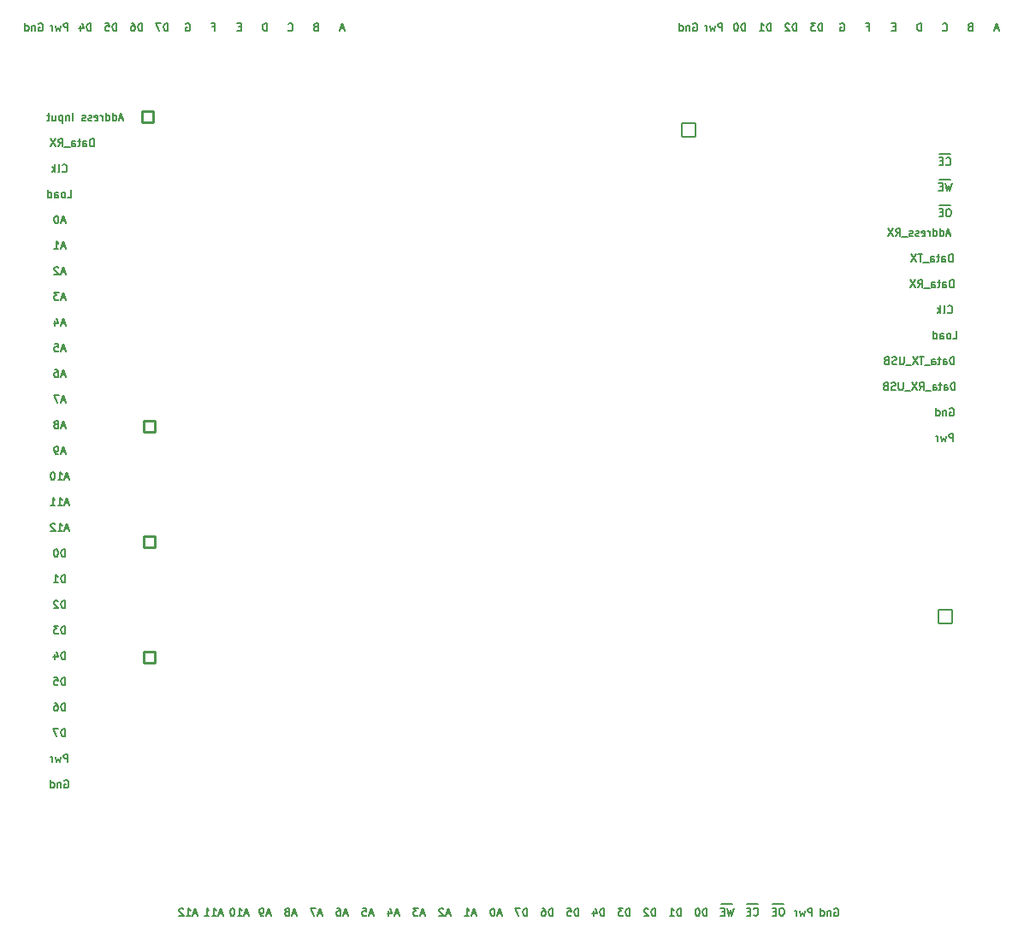
<source format=gbo>
%TF.GenerationSoftware,KiCad,Pcbnew,(6.0.9)*%
%TF.CreationDate,2025-06-18T12:33:42-04:00*%
%TF.ProjectId,Motherboard,4d6f7468-6572-4626-9f61-72642e6b6963,1*%
%TF.SameCoordinates,Original*%
%TF.FileFunction,Legend,Bot*%
%TF.FilePolarity,Positive*%
%FSLAX46Y46*%
G04 Gerber Fmt 4.6, Leading zero omitted, Abs format (unit mm)*
G04 Created by KiCad (PCBNEW (6.0.9)) date 2025-06-18 12:33:42*
%MOMM*%
%LPD*%
G01*
G04 APERTURE LIST*
G04 Aperture macros list*
%AMRoundRect*
0 Rectangle with rounded corners*
0 $1 Rounding radius*
0 $2 $3 $4 $5 $6 $7 $8 $9 X,Y pos of 4 corners*
0 Add a 4 corners polygon primitive as box body*
4,1,4,$2,$3,$4,$5,$6,$7,$8,$9,$2,$3,0*
0 Add four circle primitives for the rounded corners*
1,1,$1+$1,$2,$3*
1,1,$1+$1,$4,$5*
1,1,$1+$1,$6,$7*
1,1,$1+$1,$8,$9*
0 Add four rect primitives between the rounded corners*
20,1,$1+$1,$2,$3,$4,$5,0*
20,1,$1+$1,$4,$5,$6,$7,0*
20,1,$1+$1,$6,$7,$8,$9,0*
20,1,$1+$1,$8,$9,$2,$3,0*%
G04 Aperture macros list end*
%ADD10C,0.150000*%
%ADD11C,1.400000*%
%ADD12O,1.400000X1.400000*%
%ADD13R,1.800000X1.800000*%
%ADD14C,1.800000*%
%ADD15RoundRect,0.102000X0.654000X-0.654000X0.654000X0.654000X-0.654000X0.654000X-0.654000X-0.654000X0*%
%ADD16C,1.512000*%
%ADD17R,1.295400X1.295400*%
%ADD18C,1.295400*%
%ADD19R,1.700000X1.700000*%
%ADD20O,1.700000X1.700000*%
%ADD21RoundRect,0.102000X-0.689000X-0.689000X0.689000X-0.689000X0.689000X0.689000X-0.689000X0.689000X0*%
%ADD22C,1.582000*%
%ADD23RoundRect,0.102000X0.565000X-0.565000X0.565000X0.565000X-0.565000X0.565000X-0.565000X-0.565000X0*%
%ADD24C,1.334000*%
%ADD25RoundRect,0.102000X-0.565000X-0.565000X0.565000X-0.565000X0.565000X0.565000X-0.565000X0.565000X0*%
%ADD26R,1.600000X1.600000*%
%ADD27C,1.600000*%
%ADD28O,1.954000X1.354000*%
G04 APERTURE END LIST*
D10*
X124620714Y-55826428D02*
X124370714Y-55826428D01*
X124263571Y-56219285D02*
X124620714Y-56219285D01*
X124620714Y-55469285D01*
X124263571Y-55469285D01*
X42463571Y-110829285D02*
X42463571Y-110079285D01*
X42285000Y-110079285D01*
X42177857Y-110115000D01*
X42106428Y-110186428D01*
X42070714Y-110257857D01*
X42035000Y-110400714D01*
X42035000Y-110507857D01*
X42070714Y-110650714D01*
X42106428Y-110722142D01*
X42177857Y-110793571D01*
X42285000Y-110829285D01*
X42463571Y-110829285D01*
X41320714Y-110829285D02*
X41749285Y-110829285D01*
X41535000Y-110829285D02*
X41535000Y-110079285D01*
X41606428Y-110186428D01*
X41677857Y-110257857D01*
X41749285Y-110293571D01*
X42463571Y-108289285D02*
X42463571Y-107539285D01*
X42285000Y-107539285D01*
X42177857Y-107575000D01*
X42106428Y-107646428D01*
X42070714Y-107717857D01*
X42035000Y-107860714D01*
X42035000Y-107967857D01*
X42070714Y-108110714D01*
X42106428Y-108182142D01*
X42177857Y-108253571D01*
X42285000Y-108289285D01*
X42463571Y-108289285D01*
X41570714Y-107539285D02*
X41499285Y-107539285D01*
X41427857Y-107575000D01*
X41392142Y-107610714D01*
X41356428Y-107682142D01*
X41320714Y-107825000D01*
X41320714Y-108003571D01*
X41356428Y-108146428D01*
X41392142Y-108217857D01*
X41427857Y-108253571D01*
X41499285Y-108289285D01*
X41570714Y-108289285D01*
X41642142Y-108253571D01*
X41677857Y-108217857D01*
X41713571Y-108146428D01*
X41749285Y-108003571D01*
X41749285Y-107825000D01*
X41713571Y-107682142D01*
X41677857Y-107610714D01*
X41642142Y-107575000D01*
X41570714Y-107539285D01*
X42463571Y-113369285D02*
X42463571Y-112619285D01*
X42285000Y-112619285D01*
X42177857Y-112655000D01*
X42106428Y-112726428D01*
X42070714Y-112797857D01*
X42035000Y-112940714D01*
X42035000Y-113047857D01*
X42070714Y-113190714D01*
X42106428Y-113262142D01*
X42177857Y-113333571D01*
X42285000Y-113369285D01*
X42463571Y-113369285D01*
X41749285Y-112690714D02*
X41713571Y-112655000D01*
X41642142Y-112619285D01*
X41463571Y-112619285D01*
X41392142Y-112655000D01*
X41356428Y-112690714D01*
X41320714Y-112762142D01*
X41320714Y-112833571D01*
X41356428Y-112940714D01*
X41785000Y-113369285D01*
X41320714Y-113369285D01*
X42445714Y-87755000D02*
X42088571Y-87755000D01*
X42517142Y-87969285D02*
X42267142Y-87219285D01*
X42017142Y-87969285D01*
X41410000Y-87219285D02*
X41767142Y-87219285D01*
X41802857Y-87576428D01*
X41767142Y-87540714D01*
X41695714Y-87505000D01*
X41517142Y-87505000D01*
X41445714Y-87540714D01*
X41410000Y-87576428D01*
X41374285Y-87647857D01*
X41374285Y-87826428D01*
X41410000Y-87897857D01*
X41445714Y-87933571D01*
X41517142Y-87969285D01*
X41695714Y-87969285D01*
X41767142Y-87933571D01*
X41802857Y-87897857D01*
X130035714Y-76325000D02*
X129678571Y-76325000D01*
X130107142Y-76539285D02*
X129857142Y-75789285D01*
X129607142Y-76539285D01*
X129035714Y-76539285D02*
X129035714Y-75789285D01*
X129035714Y-76503571D02*
X129107142Y-76539285D01*
X129250000Y-76539285D01*
X129321428Y-76503571D01*
X129357142Y-76467857D01*
X129392857Y-76396428D01*
X129392857Y-76182142D01*
X129357142Y-76110714D01*
X129321428Y-76075000D01*
X129250000Y-76039285D01*
X129107142Y-76039285D01*
X129035714Y-76075000D01*
X128357142Y-76539285D02*
X128357142Y-75789285D01*
X128357142Y-76503571D02*
X128428571Y-76539285D01*
X128571428Y-76539285D01*
X128642857Y-76503571D01*
X128678571Y-76467857D01*
X128714285Y-76396428D01*
X128714285Y-76182142D01*
X128678571Y-76110714D01*
X128642857Y-76075000D01*
X128571428Y-76039285D01*
X128428571Y-76039285D01*
X128357142Y-76075000D01*
X128000000Y-76539285D02*
X128000000Y-76039285D01*
X128000000Y-76182142D02*
X127964285Y-76110714D01*
X127928571Y-76075000D01*
X127857142Y-76039285D01*
X127785714Y-76039285D01*
X127250000Y-76503571D02*
X127321428Y-76539285D01*
X127464285Y-76539285D01*
X127535714Y-76503571D01*
X127571428Y-76432142D01*
X127571428Y-76146428D01*
X127535714Y-76075000D01*
X127464285Y-76039285D01*
X127321428Y-76039285D01*
X127250000Y-76075000D01*
X127214285Y-76146428D01*
X127214285Y-76217857D01*
X127571428Y-76289285D01*
X126928571Y-76503571D02*
X126857142Y-76539285D01*
X126714285Y-76539285D01*
X126642857Y-76503571D01*
X126607142Y-76432142D01*
X126607142Y-76396428D01*
X126642857Y-76325000D01*
X126714285Y-76289285D01*
X126821428Y-76289285D01*
X126892857Y-76253571D01*
X126928571Y-76182142D01*
X126928571Y-76146428D01*
X126892857Y-76075000D01*
X126821428Y-76039285D01*
X126714285Y-76039285D01*
X126642857Y-76075000D01*
X126321428Y-76503571D02*
X126250000Y-76539285D01*
X126107142Y-76539285D01*
X126035714Y-76503571D01*
X126000000Y-76432142D01*
X126000000Y-76396428D01*
X126035714Y-76325000D01*
X126107142Y-76289285D01*
X126214285Y-76289285D01*
X126285714Y-76253571D01*
X126321428Y-76182142D01*
X126321428Y-76146428D01*
X126285714Y-76075000D01*
X126214285Y-76039285D01*
X126107142Y-76039285D01*
X126035714Y-76075000D01*
X125857142Y-76610714D02*
X125285714Y-76610714D01*
X124678571Y-76539285D02*
X124928571Y-76182142D01*
X125107142Y-76539285D02*
X125107142Y-75789285D01*
X124821428Y-75789285D01*
X124750000Y-75825000D01*
X124714285Y-75860714D01*
X124678571Y-75932142D01*
X124678571Y-76039285D01*
X124714285Y-76110714D01*
X124750000Y-76146428D01*
X124821428Y-76182142D01*
X125107142Y-76182142D01*
X124428571Y-75789285D02*
X123928571Y-76539285D01*
X123928571Y-75789285D02*
X124428571Y-76539285D01*
X55502857Y-143635000D02*
X55145714Y-143635000D01*
X55574285Y-143849285D02*
X55324285Y-143099285D01*
X55074285Y-143849285D01*
X54431428Y-143849285D02*
X54860000Y-143849285D01*
X54645714Y-143849285D02*
X54645714Y-143099285D01*
X54717142Y-143206428D01*
X54788571Y-143277857D01*
X54860000Y-143313571D01*
X54145714Y-143170714D02*
X54110000Y-143135000D01*
X54038571Y-143099285D01*
X53860000Y-143099285D01*
X53788571Y-143135000D01*
X53752857Y-143170714D01*
X53717142Y-143242142D01*
X53717142Y-143313571D01*
X53752857Y-143420714D01*
X54181428Y-143849285D01*
X53717142Y-143849285D01*
X39852142Y-55505000D02*
X39923571Y-55469285D01*
X40030714Y-55469285D01*
X40137857Y-55505000D01*
X40209285Y-55576428D01*
X40245000Y-55647857D01*
X40280714Y-55790714D01*
X40280714Y-55897857D01*
X40245000Y-56040714D01*
X40209285Y-56112142D01*
X40137857Y-56183571D01*
X40030714Y-56219285D01*
X39959285Y-56219285D01*
X39852142Y-56183571D01*
X39816428Y-56147857D01*
X39816428Y-55897857D01*
X39959285Y-55897857D01*
X39495000Y-55719285D02*
X39495000Y-56219285D01*
X39495000Y-55790714D02*
X39459285Y-55755000D01*
X39387857Y-55719285D01*
X39280714Y-55719285D01*
X39209285Y-55755000D01*
X39173571Y-55826428D01*
X39173571Y-56219285D01*
X38495000Y-56219285D02*
X38495000Y-55469285D01*
X38495000Y-56183571D02*
X38566428Y-56219285D01*
X38709285Y-56219285D01*
X38780714Y-56183571D01*
X38816428Y-56147857D01*
X38852142Y-56076428D01*
X38852142Y-55862142D01*
X38816428Y-55790714D01*
X38780714Y-55755000D01*
X38709285Y-55719285D01*
X38566428Y-55719285D01*
X38495000Y-55755000D01*
X113601428Y-142681964D02*
X113030000Y-142681964D01*
X113030000Y-142681964D02*
X112458571Y-142681964D01*
X113440714Y-143068035D02*
X113297857Y-143068035D01*
X113226428Y-143103750D01*
X113155000Y-143175178D01*
X113119285Y-143318035D01*
X113119285Y-143568035D01*
X113155000Y-143710892D01*
X113226428Y-143782321D01*
X113297857Y-143818035D01*
X113440714Y-143818035D01*
X113512142Y-143782321D01*
X113583571Y-143710892D01*
X113619285Y-143568035D01*
X113619285Y-143318035D01*
X113583571Y-143175178D01*
X113512142Y-143103750D01*
X113440714Y-143068035D01*
X112797857Y-143425178D02*
X112547857Y-143425178D01*
X112440714Y-143818035D02*
X112797857Y-143818035D01*
X112797857Y-143068035D01*
X112440714Y-143068035D01*
X75465714Y-143635000D02*
X75108571Y-143635000D01*
X75537142Y-143849285D02*
X75287142Y-143099285D01*
X75037142Y-143849285D01*
X74465714Y-143349285D02*
X74465714Y-143849285D01*
X74644285Y-143063571D02*
X74822857Y-143599285D01*
X74358571Y-143599285D01*
X121812857Y-55826428D02*
X122062857Y-55826428D01*
X122062857Y-56219285D02*
X122062857Y-55469285D01*
X121705714Y-55469285D01*
X48164285Y-64895000D02*
X47807142Y-64895000D01*
X48235714Y-65109285D02*
X47985714Y-64359285D01*
X47735714Y-65109285D01*
X47164285Y-65109285D02*
X47164285Y-64359285D01*
X47164285Y-65073571D02*
X47235714Y-65109285D01*
X47378571Y-65109285D01*
X47450000Y-65073571D01*
X47485714Y-65037857D01*
X47521428Y-64966428D01*
X47521428Y-64752142D01*
X47485714Y-64680714D01*
X47450000Y-64645000D01*
X47378571Y-64609285D01*
X47235714Y-64609285D01*
X47164285Y-64645000D01*
X46485714Y-65109285D02*
X46485714Y-64359285D01*
X46485714Y-65073571D02*
X46557142Y-65109285D01*
X46700000Y-65109285D01*
X46771428Y-65073571D01*
X46807142Y-65037857D01*
X46842857Y-64966428D01*
X46842857Y-64752142D01*
X46807142Y-64680714D01*
X46771428Y-64645000D01*
X46700000Y-64609285D01*
X46557142Y-64609285D01*
X46485714Y-64645000D01*
X46128571Y-65109285D02*
X46128571Y-64609285D01*
X46128571Y-64752142D02*
X46092857Y-64680714D01*
X46057142Y-64645000D01*
X45985714Y-64609285D01*
X45914285Y-64609285D01*
X45378571Y-65073571D02*
X45450000Y-65109285D01*
X45592857Y-65109285D01*
X45664285Y-65073571D01*
X45700000Y-65002142D01*
X45700000Y-64716428D01*
X45664285Y-64645000D01*
X45592857Y-64609285D01*
X45450000Y-64609285D01*
X45378571Y-64645000D01*
X45342857Y-64716428D01*
X45342857Y-64787857D01*
X45700000Y-64859285D01*
X45057142Y-65073571D02*
X44985714Y-65109285D01*
X44842857Y-65109285D01*
X44771428Y-65073571D01*
X44735714Y-65002142D01*
X44735714Y-64966428D01*
X44771428Y-64895000D01*
X44842857Y-64859285D01*
X44950000Y-64859285D01*
X45021428Y-64823571D01*
X45057142Y-64752142D01*
X45057142Y-64716428D01*
X45021428Y-64645000D01*
X44950000Y-64609285D01*
X44842857Y-64609285D01*
X44771428Y-64645000D01*
X44450000Y-65073571D02*
X44378571Y-65109285D01*
X44235714Y-65109285D01*
X44164285Y-65073571D01*
X44128571Y-65002142D01*
X44128571Y-64966428D01*
X44164285Y-64895000D01*
X44235714Y-64859285D01*
X44342857Y-64859285D01*
X44414285Y-64823571D01*
X44450000Y-64752142D01*
X44450000Y-64716428D01*
X44414285Y-64645000D01*
X44342857Y-64609285D01*
X44235714Y-64609285D01*
X44164285Y-64645000D01*
X43235714Y-65109285D02*
X43235714Y-64359285D01*
X42878571Y-64609285D02*
X42878571Y-65109285D01*
X42878571Y-64680714D02*
X42842857Y-64645000D01*
X42771428Y-64609285D01*
X42664285Y-64609285D01*
X42592857Y-64645000D01*
X42557142Y-64716428D01*
X42557142Y-65109285D01*
X42200000Y-64609285D02*
X42200000Y-65359285D01*
X42200000Y-64645000D02*
X42128571Y-64609285D01*
X41985714Y-64609285D01*
X41914285Y-64645000D01*
X41878571Y-64680714D01*
X41842857Y-64752142D01*
X41842857Y-64966428D01*
X41878571Y-65037857D01*
X41914285Y-65073571D01*
X41985714Y-65109285D01*
X42128571Y-65109285D01*
X42200000Y-65073571D01*
X41200000Y-64609285D02*
X41200000Y-65109285D01*
X41521428Y-64609285D02*
X41521428Y-65002142D01*
X41485714Y-65073571D01*
X41414285Y-65109285D01*
X41307142Y-65109285D01*
X41235714Y-65073571D01*
X41200000Y-65037857D01*
X40950000Y-64609285D02*
X40664285Y-64609285D01*
X40842857Y-64359285D02*
X40842857Y-65002142D01*
X40807142Y-65073571D01*
X40735714Y-65109285D01*
X40664285Y-65109285D01*
X132026428Y-55826428D02*
X131919285Y-55862142D01*
X131883571Y-55897857D01*
X131847857Y-55969285D01*
X131847857Y-56076428D01*
X131883571Y-56147857D01*
X131919285Y-56183571D01*
X131990714Y-56219285D01*
X132276428Y-56219285D01*
X132276428Y-55469285D01*
X132026428Y-55469285D01*
X131955000Y-55505000D01*
X131919285Y-55540714D01*
X131883571Y-55612142D01*
X131883571Y-55683571D01*
X131919285Y-55755000D01*
X131955000Y-55790714D01*
X132026428Y-55826428D01*
X132276428Y-55826428D01*
X47543571Y-56219285D02*
X47543571Y-55469285D01*
X47365000Y-55469285D01*
X47257857Y-55505000D01*
X47186428Y-55576428D01*
X47150714Y-55647857D01*
X47115000Y-55790714D01*
X47115000Y-55897857D01*
X47150714Y-56040714D01*
X47186428Y-56112142D01*
X47257857Y-56183571D01*
X47365000Y-56219285D01*
X47543571Y-56219285D01*
X46436428Y-55469285D02*
X46793571Y-55469285D01*
X46829285Y-55826428D01*
X46793571Y-55790714D01*
X46722142Y-55755000D01*
X46543571Y-55755000D01*
X46472142Y-55790714D01*
X46436428Y-55826428D01*
X46400714Y-55897857D01*
X46400714Y-56076428D01*
X46436428Y-56147857D01*
X46472142Y-56183571D01*
X46543571Y-56219285D01*
X46722142Y-56219285D01*
X46793571Y-56183571D01*
X46829285Y-56147857D01*
X45287142Y-67649285D02*
X45287142Y-66899285D01*
X45108571Y-66899285D01*
X45001428Y-66935000D01*
X44930000Y-67006428D01*
X44894285Y-67077857D01*
X44858571Y-67220714D01*
X44858571Y-67327857D01*
X44894285Y-67470714D01*
X44930000Y-67542142D01*
X45001428Y-67613571D01*
X45108571Y-67649285D01*
X45287142Y-67649285D01*
X44215714Y-67649285D02*
X44215714Y-67256428D01*
X44251428Y-67185000D01*
X44322857Y-67149285D01*
X44465714Y-67149285D01*
X44537142Y-67185000D01*
X44215714Y-67613571D02*
X44287142Y-67649285D01*
X44465714Y-67649285D01*
X44537142Y-67613571D01*
X44572857Y-67542142D01*
X44572857Y-67470714D01*
X44537142Y-67399285D01*
X44465714Y-67363571D01*
X44287142Y-67363571D01*
X44215714Y-67327857D01*
X43965714Y-67149285D02*
X43680000Y-67149285D01*
X43858571Y-66899285D02*
X43858571Y-67542142D01*
X43822857Y-67613571D01*
X43751428Y-67649285D01*
X43680000Y-67649285D01*
X43108571Y-67649285D02*
X43108571Y-67256428D01*
X43144285Y-67185000D01*
X43215714Y-67149285D01*
X43358571Y-67149285D01*
X43430000Y-67185000D01*
X43108571Y-67613571D02*
X43180000Y-67649285D01*
X43358571Y-67649285D01*
X43430000Y-67613571D01*
X43465714Y-67542142D01*
X43465714Y-67470714D01*
X43430000Y-67399285D01*
X43358571Y-67363571D01*
X43180000Y-67363571D01*
X43108571Y-67327857D01*
X42930000Y-67720714D02*
X42358571Y-67720714D01*
X41751428Y-67649285D02*
X42001428Y-67292142D01*
X42180000Y-67649285D02*
X42180000Y-66899285D01*
X41894285Y-66899285D01*
X41822857Y-66935000D01*
X41787142Y-66970714D01*
X41751428Y-67042142D01*
X41751428Y-67149285D01*
X41787142Y-67220714D01*
X41822857Y-67256428D01*
X41894285Y-67292142D01*
X42180000Y-67292142D01*
X41501428Y-66899285D02*
X41001428Y-67649285D01*
X41001428Y-66899285D02*
X41501428Y-67649285D01*
X130287857Y-79079285D02*
X130287857Y-78329285D01*
X130109285Y-78329285D01*
X130002142Y-78365000D01*
X129930714Y-78436428D01*
X129895000Y-78507857D01*
X129859285Y-78650714D01*
X129859285Y-78757857D01*
X129895000Y-78900714D01*
X129930714Y-78972142D01*
X130002142Y-79043571D01*
X130109285Y-79079285D01*
X130287857Y-79079285D01*
X129216428Y-79079285D02*
X129216428Y-78686428D01*
X129252142Y-78615000D01*
X129323571Y-78579285D01*
X129466428Y-78579285D01*
X129537857Y-78615000D01*
X129216428Y-79043571D02*
X129287857Y-79079285D01*
X129466428Y-79079285D01*
X129537857Y-79043571D01*
X129573571Y-78972142D01*
X129573571Y-78900714D01*
X129537857Y-78829285D01*
X129466428Y-78793571D01*
X129287857Y-78793571D01*
X129216428Y-78757857D01*
X128966428Y-78579285D02*
X128680714Y-78579285D01*
X128859285Y-78329285D02*
X128859285Y-78972142D01*
X128823571Y-79043571D01*
X128752142Y-79079285D01*
X128680714Y-79079285D01*
X128109285Y-79079285D02*
X128109285Y-78686428D01*
X128145000Y-78615000D01*
X128216428Y-78579285D01*
X128359285Y-78579285D01*
X128430714Y-78615000D01*
X128109285Y-79043571D02*
X128180714Y-79079285D01*
X128359285Y-79079285D01*
X128430714Y-79043571D01*
X128466428Y-78972142D01*
X128466428Y-78900714D01*
X128430714Y-78829285D01*
X128359285Y-78793571D01*
X128180714Y-78793571D01*
X128109285Y-78757857D01*
X127930714Y-79150714D02*
X127359285Y-79150714D01*
X127287857Y-78329285D02*
X126859285Y-78329285D01*
X127073571Y-79079285D02*
X127073571Y-78329285D01*
X126680714Y-78329285D02*
X126180714Y-79079285D01*
X126180714Y-78329285D02*
X126680714Y-79079285D01*
X93263571Y-143849285D02*
X93263571Y-143099285D01*
X93085000Y-143099285D01*
X92977857Y-143135000D01*
X92906428Y-143206428D01*
X92870714Y-143277857D01*
X92835000Y-143420714D01*
X92835000Y-143527857D01*
X92870714Y-143670714D01*
X92906428Y-143742142D01*
X92977857Y-143813571D01*
X93085000Y-143849285D01*
X93263571Y-143849285D01*
X92156428Y-143099285D02*
X92513571Y-143099285D01*
X92549285Y-143456428D01*
X92513571Y-143420714D01*
X92442142Y-143385000D01*
X92263571Y-143385000D01*
X92192142Y-143420714D01*
X92156428Y-143456428D01*
X92120714Y-143527857D01*
X92120714Y-143706428D01*
X92156428Y-143777857D01*
X92192142Y-143813571D01*
X92263571Y-143849285D01*
X92442142Y-143849285D01*
X92513571Y-143813571D01*
X92549285Y-143777857D01*
X78005714Y-143635000D02*
X77648571Y-143635000D01*
X78077142Y-143849285D02*
X77827142Y-143099285D01*
X77577142Y-143849285D01*
X77398571Y-143099285D02*
X76934285Y-143099285D01*
X77184285Y-143385000D01*
X77077142Y-143385000D01*
X77005714Y-143420714D01*
X76970000Y-143456428D01*
X76934285Y-143527857D01*
X76934285Y-143706428D01*
X76970000Y-143777857D01*
X77005714Y-143813571D01*
X77077142Y-143849285D01*
X77291428Y-143849285D01*
X77362857Y-143813571D01*
X77398571Y-143777857D01*
X62765714Y-143635000D02*
X62408571Y-143635000D01*
X62837142Y-143849285D02*
X62587142Y-143099285D01*
X62337142Y-143849285D01*
X62051428Y-143849285D02*
X61908571Y-143849285D01*
X61837142Y-143813571D01*
X61801428Y-143777857D01*
X61730000Y-143670714D01*
X61694285Y-143527857D01*
X61694285Y-143242142D01*
X61730000Y-143170714D01*
X61765714Y-143135000D01*
X61837142Y-143099285D01*
X61980000Y-143099285D01*
X62051428Y-143135000D01*
X62087142Y-143170714D01*
X62122857Y-143242142D01*
X62122857Y-143420714D01*
X62087142Y-143492142D01*
X62051428Y-143527857D01*
X61980000Y-143563571D01*
X61837142Y-143563571D01*
X61765714Y-143527857D01*
X61730000Y-143492142D01*
X61694285Y-143420714D01*
X42445714Y-92835000D02*
X42088571Y-92835000D01*
X42517142Y-93049285D02*
X42267142Y-92299285D01*
X42017142Y-93049285D01*
X41838571Y-92299285D02*
X41338571Y-92299285D01*
X41660000Y-93049285D01*
X119183571Y-55505000D02*
X119255000Y-55469285D01*
X119362142Y-55469285D01*
X119469285Y-55505000D01*
X119540714Y-55576428D01*
X119576428Y-55647857D01*
X119612142Y-55790714D01*
X119612142Y-55897857D01*
X119576428Y-56040714D01*
X119540714Y-56112142D01*
X119469285Y-56183571D01*
X119362142Y-56219285D01*
X119290714Y-56219285D01*
X119183571Y-56183571D01*
X119147857Y-56147857D01*
X119147857Y-55897857D01*
X119290714Y-55897857D01*
X105963571Y-143849285D02*
X105963571Y-143099285D01*
X105785000Y-143099285D01*
X105677857Y-143135000D01*
X105606428Y-143206428D01*
X105570714Y-143277857D01*
X105535000Y-143420714D01*
X105535000Y-143527857D01*
X105570714Y-143670714D01*
X105606428Y-143742142D01*
X105677857Y-143813571D01*
X105785000Y-143849285D01*
X105963571Y-143849285D01*
X105070714Y-143099285D02*
X104999285Y-143099285D01*
X104927857Y-143135000D01*
X104892142Y-143170714D01*
X104856428Y-143242142D01*
X104820714Y-143385000D01*
X104820714Y-143563571D01*
X104856428Y-143706428D01*
X104892142Y-143777857D01*
X104927857Y-143813571D01*
X104999285Y-143849285D01*
X105070714Y-143849285D01*
X105142142Y-143813571D01*
X105177857Y-143777857D01*
X105213571Y-143706428D01*
X105249285Y-143563571D01*
X105249285Y-143385000D01*
X105213571Y-143242142D01*
X105177857Y-143170714D01*
X105142142Y-143135000D01*
X105070714Y-143099285D01*
X130022142Y-93605000D02*
X130093571Y-93569285D01*
X130200714Y-93569285D01*
X130307857Y-93605000D01*
X130379285Y-93676428D01*
X130415000Y-93747857D01*
X130450714Y-93890714D01*
X130450714Y-93997857D01*
X130415000Y-94140714D01*
X130379285Y-94212142D01*
X130307857Y-94283571D01*
X130200714Y-94319285D01*
X130129285Y-94319285D01*
X130022142Y-94283571D01*
X129986428Y-94247857D01*
X129986428Y-93997857D01*
X130129285Y-93997857D01*
X129665000Y-93819285D02*
X129665000Y-94319285D01*
X129665000Y-93890714D02*
X129629285Y-93855000D01*
X129557857Y-93819285D01*
X129450714Y-93819285D01*
X129379285Y-93855000D01*
X129343571Y-93926428D01*
X129343571Y-94319285D01*
X128665000Y-94319285D02*
X128665000Y-93569285D01*
X128665000Y-94283571D02*
X128736428Y-94319285D01*
X128879285Y-94319285D01*
X128950714Y-94283571D01*
X128986428Y-94247857D01*
X129022142Y-94176428D01*
X129022142Y-93962142D01*
X128986428Y-93890714D01*
X128950714Y-93855000D01*
X128879285Y-93819285D01*
X128736428Y-93819285D01*
X128665000Y-93855000D01*
X45003571Y-56219285D02*
X45003571Y-55469285D01*
X44825000Y-55469285D01*
X44717857Y-55505000D01*
X44646428Y-55576428D01*
X44610714Y-55647857D01*
X44575000Y-55790714D01*
X44575000Y-55897857D01*
X44610714Y-56040714D01*
X44646428Y-56112142D01*
X44717857Y-56183571D01*
X44825000Y-56219285D01*
X45003571Y-56219285D01*
X43932142Y-55719285D02*
X43932142Y-56219285D01*
X44110714Y-55433571D02*
X44289285Y-55969285D01*
X43825000Y-55969285D01*
X42445714Y-80135000D02*
X42088571Y-80135000D01*
X42517142Y-80349285D02*
X42267142Y-79599285D01*
X42017142Y-80349285D01*
X41802857Y-79670714D02*
X41767142Y-79635000D01*
X41695714Y-79599285D01*
X41517142Y-79599285D01*
X41445714Y-79635000D01*
X41410000Y-79670714D01*
X41374285Y-79742142D01*
X41374285Y-79813571D01*
X41410000Y-79920714D01*
X41838571Y-80349285D01*
X41374285Y-80349285D01*
X62426428Y-56219285D02*
X62426428Y-55469285D01*
X62247857Y-55469285D01*
X62140714Y-55505000D01*
X62069285Y-55576428D01*
X62033571Y-55647857D01*
X61997857Y-55790714D01*
X61997857Y-55897857D01*
X62033571Y-56040714D01*
X62069285Y-56112142D01*
X62140714Y-56183571D01*
X62247857Y-56219285D01*
X62426428Y-56219285D01*
X130517857Y-91779285D02*
X130517857Y-91029285D01*
X130339285Y-91029285D01*
X130232142Y-91065000D01*
X130160714Y-91136428D01*
X130125000Y-91207857D01*
X130089285Y-91350714D01*
X130089285Y-91457857D01*
X130125000Y-91600714D01*
X130160714Y-91672142D01*
X130232142Y-91743571D01*
X130339285Y-91779285D01*
X130517857Y-91779285D01*
X129446428Y-91779285D02*
X129446428Y-91386428D01*
X129482142Y-91315000D01*
X129553571Y-91279285D01*
X129696428Y-91279285D01*
X129767857Y-91315000D01*
X129446428Y-91743571D02*
X129517857Y-91779285D01*
X129696428Y-91779285D01*
X129767857Y-91743571D01*
X129803571Y-91672142D01*
X129803571Y-91600714D01*
X129767857Y-91529285D01*
X129696428Y-91493571D01*
X129517857Y-91493571D01*
X129446428Y-91457857D01*
X129196428Y-91279285D02*
X128910714Y-91279285D01*
X129089285Y-91029285D02*
X129089285Y-91672142D01*
X129053571Y-91743571D01*
X128982142Y-91779285D01*
X128910714Y-91779285D01*
X128339285Y-91779285D02*
X128339285Y-91386428D01*
X128375000Y-91315000D01*
X128446428Y-91279285D01*
X128589285Y-91279285D01*
X128660714Y-91315000D01*
X128339285Y-91743571D02*
X128410714Y-91779285D01*
X128589285Y-91779285D01*
X128660714Y-91743571D01*
X128696428Y-91672142D01*
X128696428Y-91600714D01*
X128660714Y-91529285D01*
X128589285Y-91493571D01*
X128410714Y-91493571D01*
X128339285Y-91457857D01*
X128160714Y-91850714D02*
X127589285Y-91850714D01*
X126982142Y-91779285D02*
X127232142Y-91422142D01*
X127410714Y-91779285D02*
X127410714Y-91029285D01*
X127125000Y-91029285D01*
X127053571Y-91065000D01*
X127017857Y-91100714D01*
X126982142Y-91172142D01*
X126982142Y-91279285D01*
X127017857Y-91350714D01*
X127053571Y-91386428D01*
X127125000Y-91422142D01*
X127410714Y-91422142D01*
X126732142Y-91029285D02*
X126232142Y-91779285D01*
X126232142Y-91029285D02*
X126732142Y-91779285D01*
X126125000Y-91850714D02*
X125553571Y-91850714D01*
X125375000Y-91029285D02*
X125375000Y-91636428D01*
X125339285Y-91707857D01*
X125303571Y-91743571D01*
X125232142Y-91779285D01*
X125089285Y-91779285D01*
X125017857Y-91743571D01*
X124982142Y-91707857D01*
X124946428Y-91636428D01*
X124946428Y-91029285D01*
X124625000Y-91743571D02*
X124517857Y-91779285D01*
X124339285Y-91779285D01*
X124267857Y-91743571D01*
X124232142Y-91707857D01*
X124196428Y-91636428D01*
X124196428Y-91565000D01*
X124232142Y-91493571D01*
X124267857Y-91457857D01*
X124339285Y-91422142D01*
X124482142Y-91386428D01*
X124553571Y-91350714D01*
X124589285Y-91315000D01*
X124625000Y-91243571D01*
X124625000Y-91172142D01*
X124589285Y-91100714D01*
X124553571Y-91065000D01*
X124482142Y-91029285D01*
X124303571Y-91029285D01*
X124196428Y-91065000D01*
X123625000Y-91386428D02*
X123517857Y-91422142D01*
X123482142Y-91457857D01*
X123446428Y-91529285D01*
X123446428Y-91636428D01*
X123482142Y-91707857D01*
X123517857Y-91743571D01*
X123589285Y-91779285D01*
X123875000Y-91779285D01*
X123875000Y-91029285D01*
X123625000Y-91029285D01*
X123553571Y-91065000D01*
X123517857Y-91100714D01*
X123482142Y-91172142D01*
X123482142Y-91243571D01*
X123517857Y-91315000D01*
X123553571Y-91350714D01*
X123625000Y-91386428D01*
X123875000Y-91386428D01*
X88183571Y-143849285D02*
X88183571Y-143099285D01*
X88005000Y-143099285D01*
X87897857Y-143135000D01*
X87826428Y-143206428D01*
X87790714Y-143277857D01*
X87755000Y-143420714D01*
X87755000Y-143527857D01*
X87790714Y-143670714D01*
X87826428Y-143742142D01*
X87897857Y-143813571D01*
X88005000Y-143849285D01*
X88183571Y-143849285D01*
X87505000Y-143099285D02*
X87005000Y-143099285D01*
X87326428Y-143849285D01*
X67845714Y-143635000D02*
X67488571Y-143635000D01*
X67917142Y-143849285D02*
X67667142Y-143099285D01*
X67417142Y-143849285D01*
X67238571Y-143099285D02*
X66738571Y-143099285D01*
X67060000Y-143849285D01*
X42445714Y-85215000D02*
X42088571Y-85215000D01*
X42517142Y-85429285D02*
X42267142Y-84679285D01*
X42017142Y-85429285D01*
X41445714Y-84929285D02*
X41445714Y-85429285D01*
X41624285Y-84643571D02*
X41802857Y-85179285D01*
X41338571Y-85179285D01*
X42392142Y-130435000D02*
X42463571Y-130399285D01*
X42570714Y-130399285D01*
X42677857Y-130435000D01*
X42749285Y-130506428D01*
X42785000Y-130577857D01*
X42820714Y-130720714D01*
X42820714Y-130827857D01*
X42785000Y-130970714D01*
X42749285Y-131042142D01*
X42677857Y-131113571D01*
X42570714Y-131149285D01*
X42499285Y-131149285D01*
X42392142Y-131113571D01*
X42356428Y-131077857D01*
X42356428Y-130827857D01*
X42499285Y-130827857D01*
X42035000Y-130649285D02*
X42035000Y-131149285D01*
X42035000Y-130720714D02*
X41999285Y-130685000D01*
X41927857Y-130649285D01*
X41820714Y-130649285D01*
X41749285Y-130685000D01*
X41713571Y-130756428D01*
X41713571Y-131149285D01*
X41035000Y-131149285D02*
X41035000Y-130399285D01*
X41035000Y-131113571D02*
X41106428Y-131149285D01*
X41249285Y-131149285D01*
X41320714Y-131113571D01*
X41356428Y-131077857D01*
X41392142Y-131006428D01*
X41392142Y-130792142D01*
X41356428Y-130720714D01*
X41320714Y-130685000D01*
X41249285Y-130649285D01*
X41106428Y-130649285D01*
X41035000Y-130685000D01*
X42802857Y-102995000D02*
X42445714Y-102995000D01*
X42874285Y-103209285D02*
X42624285Y-102459285D01*
X42374285Y-103209285D01*
X41731428Y-103209285D02*
X42160000Y-103209285D01*
X41945714Y-103209285D02*
X41945714Y-102459285D01*
X42017142Y-102566428D01*
X42088571Y-102637857D01*
X42160000Y-102673571D01*
X41017142Y-103209285D02*
X41445714Y-103209285D01*
X41231428Y-103209285D02*
X41231428Y-102459285D01*
X41302857Y-102566428D01*
X41374285Y-102637857D01*
X41445714Y-102673571D01*
X65305714Y-143635000D02*
X64948571Y-143635000D01*
X65377142Y-143849285D02*
X65127142Y-143099285D01*
X64877142Y-143849285D01*
X64520000Y-143420714D02*
X64591428Y-143385000D01*
X64627142Y-143349285D01*
X64662857Y-143277857D01*
X64662857Y-143242142D01*
X64627142Y-143170714D01*
X64591428Y-143135000D01*
X64520000Y-143099285D01*
X64377142Y-143099285D01*
X64305714Y-143135000D01*
X64270000Y-143170714D01*
X64234285Y-143242142D01*
X64234285Y-143277857D01*
X64270000Y-143349285D01*
X64305714Y-143385000D01*
X64377142Y-143420714D01*
X64520000Y-143420714D01*
X64591428Y-143456428D01*
X64627142Y-143492142D01*
X64662857Y-143563571D01*
X64662857Y-143706428D01*
X64627142Y-143777857D01*
X64591428Y-143813571D01*
X64520000Y-143849285D01*
X64377142Y-143849285D01*
X64305714Y-143813571D01*
X64270000Y-143777857D01*
X64234285Y-143706428D01*
X64234285Y-143563571D01*
X64270000Y-143492142D01*
X64305714Y-143456428D01*
X64377142Y-143420714D01*
X42802857Y-100455000D02*
X42445714Y-100455000D01*
X42874285Y-100669285D02*
X42624285Y-99919285D01*
X42374285Y-100669285D01*
X41731428Y-100669285D02*
X42160000Y-100669285D01*
X41945714Y-100669285D02*
X41945714Y-99919285D01*
X42017142Y-100026428D01*
X42088571Y-100097857D01*
X42160000Y-100133571D01*
X41267142Y-99919285D02*
X41195714Y-99919285D01*
X41124285Y-99955000D01*
X41088571Y-99990714D01*
X41052857Y-100062142D01*
X41017142Y-100205000D01*
X41017142Y-100383571D01*
X41052857Y-100526428D01*
X41088571Y-100597857D01*
X41124285Y-100633571D01*
X41195714Y-100669285D01*
X41267142Y-100669285D01*
X41338571Y-100633571D01*
X41374285Y-100597857D01*
X41410000Y-100526428D01*
X41445714Y-100383571D01*
X41445714Y-100205000D01*
X41410000Y-100062142D01*
X41374285Y-99990714D01*
X41338571Y-99955000D01*
X41267142Y-99919285D01*
X108521428Y-142681964D02*
X107950000Y-142681964D01*
X107950000Y-142681964D02*
X107378571Y-142681964D01*
X108610714Y-143068035D02*
X108432142Y-143818035D01*
X108289285Y-143282321D01*
X108146428Y-143818035D01*
X107967857Y-143068035D01*
X107682142Y-143425178D02*
X107432142Y-143425178D01*
X107325000Y-143818035D02*
X107682142Y-143818035D01*
X107682142Y-143068035D01*
X107325000Y-143068035D01*
X117393571Y-56219285D02*
X117393571Y-55469285D01*
X117215000Y-55469285D01*
X117107857Y-55505000D01*
X117036428Y-55576428D01*
X117000714Y-55647857D01*
X116965000Y-55790714D01*
X116965000Y-55897857D01*
X117000714Y-56040714D01*
X117036428Y-56112142D01*
X117107857Y-56183571D01*
X117215000Y-56219285D01*
X117393571Y-56219285D01*
X116715000Y-55469285D02*
X116250714Y-55469285D01*
X116500714Y-55755000D01*
X116393571Y-55755000D01*
X116322142Y-55790714D01*
X116286428Y-55826428D01*
X116250714Y-55897857D01*
X116250714Y-56076428D01*
X116286428Y-56147857D01*
X116322142Y-56183571D01*
X116393571Y-56219285D01*
X116607857Y-56219285D01*
X116679285Y-56183571D01*
X116715000Y-56147857D01*
X104622142Y-55505000D02*
X104693571Y-55469285D01*
X104800714Y-55469285D01*
X104907857Y-55505000D01*
X104979285Y-55576428D01*
X105015000Y-55647857D01*
X105050714Y-55790714D01*
X105050714Y-55897857D01*
X105015000Y-56040714D01*
X104979285Y-56112142D01*
X104907857Y-56183571D01*
X104800714Y-56219285D01*
X104729285Y-56219285D01*
X104622142Y-56183571D01*
X104586428Y-56147857D01*
X104586428Y-55897857D01*
X104729285Y-55897857D01*
X104265000Y-55719285D02*
X104265000Y-56219285D01*
X104265000Y-55790714D02*
X104229285Y-55755000D01*
X104157857Y-55719285D01*
X104050714Y-55719285D01*
X103979285Y-55755000D01*
X103943571Y-55826428D01*
X103943571Y-56219285D01*
X103265000Y-56219285D02*
X103265000Y-55469285D01*
X103265000Y-56183571D02*
X103336428Y-56219285D01*
X103479285Y-56219285D01*
X103550714Y-56183571D01*
X103586428Y-56147857D01*
X103622142Y-56076428D01*
X103622142Y-55862142D01*
X103586428Y-55790714D01*
X103550714Y-55755000D01*
X103479285Y-55719285D01*
X103336428Y-55719285D01*
X103265000Y-55755000D01*
X54413571Y-55505000D02*
X54485000Y-55469285D01*
X54592142Y-55469285D01*
X54699285Y-55505000D01*
X54770714Y-55576428D01*
X54806428Y-55647857D01*
X54842142Y-55790714D01*
X54842142Y-55897857D01*
X54806428Y-56040714D01*
X54770714Y-56112142D01*
X54699285Y-56183571D01*
X54592142Y-56219285D01*
X54520714Y-56219285D01*
X54413571Y-56183571D01*
X54377857Y-56147857D01*
X54377857Y-55897857D01*
X54520714Y-55897857D01*
X59850714Y-55826428D02*
X59600714Y-55826428D01*
X59493571Y-56219285D02*
X59850714Y-56219285D01*
X59850714Y-55469285D01*
X59493571Y-55469285D01*
X118592142Y-143135000D02*
X118663571Y-143099285D01*
X118770714Y-143099285D01*
X118877857Y-143135000D01*
X118949285Y-143206428D01*
X118985000Y-143277857D01*
X119020714Y-143420714D01*
X119020714Y-143527857D01*
X118985000Y-143670714D01*
X118949285Y-143742142D01*
X118877857Y-143813571D01*
X118770714Y-143849285D01*
X118699285Y-143849285D01*
X118592142Y-143813571D01*
X118556428Y-143777857D01*
X118556428Y-143527857D01*
X118699285Y-143527857D01*
X118235000Y-143349285D02*
X118235000Y-143849285D01*
X118235000Y-143420714D02*
X118199285Y-143385000D01*
X118127857Y-143349285D01*
X118020714Y-143349285D01*
X117949285Y-143385000D01*
X117913571Y-143456428D01*
X117913571Y-143849285D01*
X117235000Y-143849285D02*
X117235000Y-143099285D01*
X117235000Y-143813571D02*
X117306428Y-143849285D01*
X117449285Y-143849285D01*
X117520714Y-143813571D01*
X117556428Y-143777857D01*
X117592142Y-143706428D01*
X117592142Y-143492142D01*
X117556428Y-143420714D01*
X117520714Y-143385000D01*
X117449285Y-143349285D01*
X117306428Y-143349285D01*
X117235000Y-143385000D01*
X129807857Y-84087857D02*
X129843571Y-84123571D01*
X129950714Y-84159285D01*
X130022142Y-84159285D01*
X130129285Y-84123571D01*
X130200714Y-84052142D01*
X130236428Y-83980714D01*
X130272142Y-83837857D01*
X130272142Y-83730714D01*
X130236428Y-83587857D01*
X130200714Y-83516428D01*
X130129285Y-83445000D01*
X130022142Y-83409285D01*
X129950714Y-83409285D01*
X129843571Y-83445000D01*
X129807857Y-83480714D01*
X129379285Y-84159285D02*
X129450714Y-84123571D01*
X129486428Y-84052142D01*
X129486428Y-83409285D01*
X129093571Y-84159285D02*
X129093571Y-83409285D01*
X129022142Y-83873571D02*
X128807857Y-84159285D01*
X128807857Y-83659285D02*
X129093571Y-83945000D01*
X127196428Y-56219285D02*
X127196428Y-55469285D01*
X127017857Y-55469285D01*
X126910714Y-55505000D01*
X126839285Y-55576428D01*
X126803571Y-55647857D01*
X126767857Y-55790714D01*
X126767857Y-55897857D01*
X126803571Y-56040714D01*
X126839285Y-56112142D01*
X126910714Y-56183571D01*
X127017857Y-56219285D01*
X127196428Y-56219285D01*
X80545714Y-143635000D02*
X80188571Y-143635000D01*
X80617142Y-143849285D02*
X80367142Y-143099285D01*
X80117142Y-143849285D01*
X79902857Y-143170714D02*
X79867142Y-143135000D01*
X79795714Y-143099285D01*
X79617142Y-143099285D01*
X79545714Y-143135000D01*
X79510000Y-143170714D01*
X79474285Y-143242142D01*
X79474285Y-143313571D01*
X79510000Y-143420714D01*
X79938571Y-143849285D01*
X79474285Y-143849285D01*
X130111428Y-70926964D02*
X129540000Y-70926964D01*
X129540000Y-70926964D02*
X128968571Y-70926964D01*
X130200714Y-71313035D02*
X130022142Y-72063035D01*
X129879285Y-71527321D01*
X129736428Y-72063035D01*
X129557857Y-71313035D01*
X129272142Y-71670178D02*
X129022142Y-71670178D01*
X128915000Y-72063035D02*
X129272142Y-72063035D01*
X129272142Y-71313035D01*
X128915000Y-71313035D01*
X83085714Y-143635000D02*
X82728571Y-143635000D01*
X83157142Y-143849285D02*
X82907142Y-143099285D01*
X82657142Y-143849285D01*
X82014285Y-143849285D02*
X82442857Y-143849285D01*
X82228571Y-143849285D02*
X82228571Y-143099285D01*
X82300000Y-143206428D01*
X82371428Y-143277857D01*
X82442857Y-143313571D01*
X42445714Y-75055000D02*
X42088571Y-75055000D01*
X42517142Y-75269285D02*
X42267142Y-74519285D01*
X42017142Y-75269285D01*
X41624285Y-74519285D02*
X41552857Y-74519285D01*
X41481428Y-74555000D01*
X41445714Y-74590714D01*
X41410000Y-74662142D01*
X41374285Y-74805000D01*
X41374285Y-74983571D01*
X41410000Y-75126428D01*
X41445714Y-75197857D01*
X41481428Y-75233571D01*
X41552857Y-75269285D01*
X41624285Y-75269285D01*
X41695714Y-75233571D01*
X41731428Y-75197857D01*
X41767142Y-75126428D01*
X41802857Y-74983571D01*
X41802857Y-74805000D01*
X41767142Y-74662142D01*
X41731428Y-74590714D01*
X41695714Y-74555000D01*
X41624285Y-74519285D01*
X42463571Y-123529285D02*
X42463571Y-122779285D01*
X42285000Y-122779285D01*
X42177857Y-122815000D01*
X42106428Y-122886428D01*
X42070714Y-122957857D01*
X42035000Y-123100714D01*
X42035000Y-123207857D01*
X42070714Y-123350714D01*
X42106428Y-123422142D01*
X42177857Y-123493571D01*
X42285000Y-123529285D01*
X42463571Y-123529285D01*
X41392142Y-122779285D02*
X41535000Y-122779285D01*
X41606428Y-122815000D01*
X41642142Y-122850714D01*
X41713571Y-122957857D01*
X41749285Y-123100714D01*
X41749285Y-123386428D01*
X41713571Y-123457857D01*
X41677857Y-123493571D01*
X41606428Y-123529285D01*
X41463571Y-123529285D01*
X41392142Y-123493571D01*
X41356428Y-123457857D01*
X41320714Y-123386428D01*
X41320714Y-123207857D01*
X41356428Y-123136428D01*
X41392142Y-123100714D01*
X41463571Y-123065000D01*
X41606428Y-123065000D01*
X41677857Y-123100714D01*
X41713571Y-123136428D01*
X41749285Y-123207857D01*
X52623571Y-56219285D02*
X52623571Y-55469285D01*
X52445000Y-55469285D01*
X52337857Y-55505000D01*
X52266428Y-55576428D01*
X52230714Y-55647857D01*
X52195000Y-55790714D01*
X52195000Y-55897857D01*
X52230714Y-56040714D01*
X52266428Y-56112142D01*
X52337857Y-56183571D01*
X52445000Y-56219285D01*
X52623571Y-56219285D01*
X51945000Y-55469285D02*
X51445000Y-55469285D01*
X51766428Y-56219285D01*
X42445714Y-95375000D02*
X42088571Y-95375000D01*
X42517142Y-95589285D02*
X42267142Y-94839285D01*
X42017142Y-95589285D01*
X41660000Y-95160714D02*
X41731428Y-95125000D01*
X41767142Y-95089285D01*
X41802857Y-95017857D01*
X41802857Y-94982142D01*
X41767142Y-94910714D01*
X41731428Y-94875000D01*
X41660000Y-94839285D01*
X41517142Y-94839285D01*
X41445714Y-94875000D01*
X41410000Y-94910714D01*
X41374285Y-94982142D01*
X41374285Y-95017857D01*
X41410000Y-95089285D01*
X41445714Y-95125000D01*
X41517142Y-95160714D01*
X41660000Y-95160714D01*
X41731428Y-95196428D01*
X41767142Y-95232142D01*
X41802857Y-95303571D01*
X41802857Y-95446428D01*
X41767142Y-95517857D01*
X41731428Y-95553571D01*
X41660000Y-95589285D01*
X41517142Y-95589285D01*
X41445714Y-95553571D01*
X41410000Y-95517857D01*
X41374285Y-95446428D01*
X41374285Y-95303571D01*
X41410000Y-95232142D01*
X41445714Y-95196428D01*
X41517142Y-95160714D01*
X58042857Y-143635000D02*
X57685714Y-143635000D01*
X58114285Y-143849285D02*
X57864285Y-143099285D01*
X57614285Y-143849285D01*
X56971428Y-143849285D02*
X57400000Y-143849285D01*
X57185714Y-143849285D02*
X57185714Y-143099285D01*
X57257142Y-143206428D01*
X57328571Y-143277857D01*
X57400000Y-143313571D01*
X56257142Y-143849285D02*
X56685714Y-143849285D01*
X56471428Y-143849285D02*
X56471428Y-143099285D01*
X56542857Y-143206428D01*
X56614285Y-143277857D01*
X56685714Y-143313571D01*
X70028571Y-56005000D02*
X69671428Y-56005000D01*
X70100000Y-56219285D02*
X69850000Y-55469285D01*
X69600000Y-56219285D01*
X42731428Y-56219285D02*
X42731428Y-55469285D01*
X42445714Y-55469285D01*
X42374285Y-55505000D01*
X42338571Y-55540714D01*
X42302857Y-55612142D01*
X42302857Y-55719285D01*
X42338571Y-55790714D01*
X42374285Y-55826428D01*
X42445714Y-55862142D01*
X42731428Y-55862142D01*
X42052857Y-55719285D02*
X41910000Y-56219285D01*
X41767142Y-55862142D01*
X41624285Y-56219285D01*
X41481428Y-55719285D01*
X41195714Y-56219285D02*
X41195714Y-55719285D01*
X41195714Y-55862142D02*
X41160000Y-55790714D01*
X41124285Y-55755000D01*
X41052857Y-55719285D01*
X40981428Y-55719285D01*
X130111428Y-73466964D02*
X129540000Y-73466964D01*
X129540000Y-73466964D02*
X128968571Y-73466964D01*
X129950714Y-73853035D02*
X129807857Y-73853035D01*
X129736428Y-73888750D01*
X129665000Y-73960178D01*
X129629285Y-74103035D01*
X129629285Y-74353035D01*
X129665000Y-74495892D01*
X129736428Y-74567321D01*
X129807857Y-74603035D01*
X129950714Y-74603035D01*
X130022142Y-74567321D01*
X130093571Y-74495892D01*
X130129285Y-74353035D01*
X130129285Y-74103035D01*
X130093571Y-73960178D01*
X130022142Y-73888750D01*
X129950714Y-73853035D01*
X129307857Y-74210178D02*
X129057857Y-74210178D01*
X128950714Y-74603035D02*
X129307857Y-74603035D01*
X129307857Y-73853035D01*
X128950714Y-73853035D01*
X42731428Y-128609285D02*
X42731428Y-127859285D01*
X42445714Y-127859285D01*
X42374285Y-127895000D01*
X42338571Y-127930714D01*
X42302857Y-128002142D01*
X42302857Y-128109285D01*
X42338571Y-128180714D01*
X42374285Y-128216428D01*
X42445714Y-128252142D01*
X42731428Y-128252142D01*
X42052857Y-128109285D02*
X41910000Y-128609285D01*
X41767142Y-128252142D01*
X41624285Y-128609285D01*
X41481428Y-128109285D01*
X41195714Y-128609285D02*
X41195714Y-128109285D01*
X41195714Y-128252142D02*
X41160000Y-128180714D01*
X41124285Y-128145000D01*
X41052857Y-128109285D01*
X40981428Y-128109285D01*
X111061428Y-142681964D02*
X110490000Y-142681964D01*
X110490000Y-142681964D02*
X109918571Y-142681964D01*
X110597142Y-143746607D02*
X110632857Y-143782321D01*
X110740000Y-143818035D01*
X110811428Y-143818035D01*
X110918571Y-143782321D01*
X110990000Y-143710892D01*
X111025714Y-143639464D01*
X111061428Y-143496607D01*
X111061428Y-143389464D01*
X111025714Y-143246607D01*
X110990000Y-143175178D01*
X110918571Y-143103750D01*
X110811428Y-143068035D01*
X110740000Y-143068035D01*
X110632857Y-143103750D01*
X110597142Y-143139464D01*
X110275714Y-143425178D02*
X110025714Y-143425178D01*
X109918571Y-143818035D02*
X110275714Y-143818035D01*
X110275714Y-143068035D01*
X109918571Y-143068035D01*
X134798571Y-56005000D02*
X134441428Y-56005000D01*
X134870000Y-56219285D02*
X134620000Y-55469285D01*
X134370000Y-56219285D01*
X42463571Y-118449285D02*
X42463571Y-117699285D01*
X42285000Y-117699285D01*
X42177857Y-117735000D01*
X42106428Y-117806428D01*
X42070714Y-117877857D01*
X42035000Y-118020714D01*
X42035000Y-118127857D01*
X42070714Y-118270714D01*
X42106428Y-118342142D01*
X42177857Y-118413571D01*
X42285000Y-118449285D01*
X42463571Y-118449285D01*
X41392142Y-117949285D02*
X41392142Y-118449285D01*
X41570714Y-117663571D02*
X41749285Y-118199285D01*
X41285000Y-118199285D01*
X67256428Y-55826428D02*
X67149285Y-55862142D01*
X67113571Y-55897857D01*
X67077857Y-55969285D01*
X67077857Y-56076428D01*
X67113571Y-56147857D01*
X67149285Y-56183571D01*
X67220714Y-56219285D01*
X67506428Y-56219285D01*
X67506428Y-55469285D01*
X67256428Y-55469285D01*
X67185000Y-55505000D01*
X67149285Y-55540714D01*
X67113571Y-55612142D01*
X67113571Y-55683571D01*
X67149285Y-55755000D01*
X67185000Y-55790714D01*
X67256428Y-55826428D01*
X67506428Y-55826428D01*
X64537857Y-56147857D02*
X64573571Y-56183571D01*
X64680714Y-56219285D01*
X64752142Y-56219285D01*
X64859285Y-56183571D01*
X64930714Y-56112142D01*
X64966428Y-56040714D01*
X65002142Y-55897857D01*
X65002142Y-55790714D01*
X64966428Y-55647857D01*
X64930714Y-55576428D01*
X64859285Y-55505000D01*
X64752142Y-55469285D01*
X64680714Y-55469285D01*
X64573571Y-55505000D01*
X64537857Y-55540714D01*
X130325714Y-86699285D02*
X130682857Y-86699285D01*
X130682857Y-85949285D01*
X129968571Y-86699285D02*
X130040000Y-86663571D01*
X130075714Y-86627857D01*
X130111428Y-86556428D01*
X130111428Y-86342142D01*
X130075714Y-86270714D01*
X130040000Y-86235000D01*
X129968571Y-86199285D01*
X129861428Y-86199285D01*
X129790000Y-86235000D01*
X129754285Y-86270714D01*
X129718571Y-86342142D01*
X129718571Y-86556428D01*
X129754285Y-86627857D01*
X129790000Y-86663571D01*
X129861428Y-86699285D01*
X129968571Y-86699285D01*
X129075714Y-86699285D02*
X129075714Y-86306428D01*
X129111428Y-86235000D01*
X129182857Y-86199285D01*
X129325714Y-86199285D01*
X129397142Y-86235000D01*
X129075714Y-86663571D02*
X129147142Y-86699285D01*
X129325714Y-86699285D01*
X129397142Y-86663571D01*
X129432857Y-86592142D01*
X129432857Y-86520714D01*
X129397142Y-86449285D01*
X129325714Y-86413571D01*
X129147142Y-86413571D01*
X129075714Y-86377857D01*
X128397142Y-86699285D02*
X128397142Y-85949285D01*
X128397142Y-86663571D02*
X128468571Y-86699285D01*
X128611428Y-86699285D01*
X128682857Y-86663571D01*
X128718571Y-86627857D01*
X128754285Y-86556428D01*
X128754285Y-86342142D01*
X128718571Y-86270714D01*
X128682857Y-86235000D01*
X128611428Y-86199285D01*
X128468571Y-86199285D01*
X128397142Y-86235000D01*
X72925714Y-143635000D02*
X72568571Y-143635000D01*
X72997142Y-143849285D02*
X72747142Y-143099285D01*
X72497142Y-143849285D01*
X71890000Y-143099285D02*
X72247142Y-143099285D01*
X72282857Y-143456428D01*
X72247142Y-143420714D01*
X72175714Y-143385000D01*
X71997142Y-143385000D01*
X71925714Y-143420714D01*
X71890000Y-143456428D01*
X71854285Y-143527857D01*
X71854285Y-143706428D01*
X71890000Y-143777857D01*
X71925714Y-143813571D01*
X71997142Y-143849285D01*
X72175714Y-143849285D01*
X72247142Y-143813571D01*
X72282857Y-143777857D01*
X42463571Y-120989285D02*
X42463571Y-120239285D01*
X42285000Y-120239285D01*
X42177857Y-120275000D01*
X42106428Y-120346428D01*
X42070714Y-120417857D01*
X42035000Y-120560714D01*
X42035000Y-120667857D01*
X42070714Y-120810714D01*
X42106428Y-120882142D01*
X42177857Y-120953571D01*
X42285000Y-120989285D01*
X42463571Y-120989285D01*
X41356428Y-120239285D02*
X41713571Y-120239285D01*
X41749285Y-120596428D01*
X41713571Y-120560714D01*
X41642142Y-120525000D01*
X41463571Y-120525000D01*
X41392142Y-120560714D01*
X41356428Y-120596428D01*
X41320714Y-120667857D01*
X41320714Y-120846428D01*
X41356428Y-120917857D01*
X41392142Y-120953571D01*
X41463571Y-120989285D01*
X41642142Y-120989285D01*
X41713571Y-120953571D01*
X41749285Y-120917857D01*
X109773571Y-56219285D02*
X109773571Y-55469285D01*
X109595000Y-55469285D01*
X109487857Y-55505000D01*
X109416428Y-55576428D01*
X109380714Y-55647857D01*
X109345000Y-55790714D01*
X109345000Y-55897857D01*
X109380714Y-56040714D01*
X109416428Y-56112142D01*
X109487857Y-56183571D01*
X109595000Y-56219285D01*
X109773571Y-56219285D01*
X108880714Y-55469285D02*
X108809285Y-55469285D01*
X108737857Y-55505000D01*
X108702142Y-55540714D01*
X108666428Y-55612142D01*
X108630714Y-55755000D01*
X108630714Y-55933571D01*
X108666428Y-56076428D01*
X108702142Y-56147857D01*
X108737857Y-56183571D01*
X108809285Y-56219285D01*
X108880714Y-56219285D01*
X108952142Y-56183571D01*
X108987857Y-56147857D01*
X109023571Y-56076428D01*
X109059285Y-55933571D01*
X109059285Y-55755000D01*
X109023571Y-55612142D01*
X108987857Y-55540714D01*
X108952142Y-55505000D01*
X108880714Y-55469285D01*
X42445714Y-90295000D02*
X42088571Y-90295000D01*
X42517142Y-90509285D02*
X42267142Y-89759285D01*
X42017142Y-90509285D01*
X41445714Y-89759285D02*
X41588571Y-89759285D01*
X41660000Y-89795000D01*
X41695714Y-89830714D01*
X41767142Y-89937857D01*
X41802857Y-90080714D01*
X41802857Y-90366428D01*
X41767142Y-90437857D01*
X41731428Y-90473571D01*
X41660000Y-90509285D01*
X41517142Y-90509285D01*
X41445714Y-90473571D01*
X41410000Y-90437857D01*
X41374285Y-90366428D01*
X41374285Y-90187857D01*
X41410000Y-90116428D01*
X41445714Y-90080714D01*
X41517142Y-90045000D01*
X41660000Y-90045000D01*
X41731428Y-90080714D01*
X41767142Y-90116428D01*
X41802857Y-90187857D01*
X130111428Y-68386964D02*
X129540000Y-68386964D01*
X129540000Y-68386964D02*
X128968571Y-68386964D01*
X129647142Y-69451607D02*
X129682857Y-69487321D01*
X129790000Y-69523035D01*
X129861428Y-69523035D01*
X129968571Y-69487321D01*
X130040000Y-69415892D01*
X130075714Y-69344464D01*
X130111428Y-69201607D01*
X130111428Y-69094464D01*
X130075714Y-68951607D01*
X130040000Y-68880178D01*
X129968571Y-68808750D01*
X129861428Y-68773035D01*
X129790000Y-68773035D01*
X129682857Y-68808750D01*
X129647142Y-68844464D01*
X129325714Y-69130178D02*
X129075714Y-69130178D01*
X128968571Y-69523035D02*
X129325714Y-69523035D01*
X129325714Y-68773035D01*
X128968571Y-68773035D01*
X107501428Y-56219285D02*
X107501428Y-55469285D01*
X107215714Y-55469285D01*
X107144285Y-55505000D01*
X107108571Y-55540714D01*
X107072857Y-55612142D01*
X107072857Y-55719285D01*
X107108571Y-55790714D01*
X107144285Y-55826428D01*
X107215714Y-55862142D01*
X107501428Y-55862142D01*
X106822857Y-55719285D02*
X106680000Y-56219285D01*
X106537142Y-55862142D01*
X106394285Y-56219285D01*
X106251428Y-55719285D01*
X105965714Y-56219285D02*
X105965714Y-55719285D01*
X105965714Y-55862142D02*
X105930000Y-55790714D01*
X105894285Y-55755000D01*
X105822857Y-55719285D01*
X105751428Y-55719285D01*
X57042857Y-55826428D02*
X57292857Y-55826428D01*
X57292857Y-56219285D02*
X57292857Y-55469285D01*
X56935714Y-55469285D01*
X70385714Y-143635000D02*
X70028571Y-143635000D01*
X70457142Y-143849285D02*
X70207142Y-143099285D01*
X69957142Y-143849285D01*
X69385714Y-143099285D02*
X69528571Y-143099285D01*
X69600000Y-143135000D01*
X69635714Y-143170714D01*
X69707142Y-143277857D01*
X69742857Y-143420714D01*
X69742857Y-143706428D01*
X69707142Y-143777857D01*
X69671428Y-143813571D01*
X69600000Y-143849285D01*
X69457142Y-143849285D01*
X69385714Y-143813571D01*
X69350000Y-143777857D01*
X69314285Y-143706428D01*
X69314285Y-143527857D01*
X69350000Y-143456428D01*
X69385714Y-143420714D01*
X69457142Y-143385000D01*
X69600000Y-143385000D01*
X69671428Y-143420714D01*
X69707142Y-143456428D01*
X69742857Y-143527857D01*
X129307857Y-56147857D02*
X129343571Y-56183571D01*
X129450714Y-56219285D01*
X129522142Y-56219285D01*
X129629285Y-56183571D01*
X129700714Y-56112142D01*
X129736428Y-56040714D01*
X129772142Y-55897857D01*
X129772142Y-55790714D01*
X129736428Y-55647857D01*
X129700714Y-55576428D01*
X129629285Y-55505000D01*
X129522142Y-55469285D01*
X129450714Y-55469285D01*
X129343571Y-55505000D01*
X129307857Y-55540714D01*
X42695714Y-72729285D02*
X43052857Y-72729285D01*
X43052857Y-71979285D01*
X42338571Y-72729285D02*
X42409999Y-72693571D01*
X42445714Y-72657857D01*
X42481428Y-72586428D01*
X42481428Y-72372142D01*
X42445714Y-72300714D01*
X42409999Y-72265000D01*
X42338571Y-72229285D01*
X42231428Y-72229285D01*
X42159999Y-72265000D01*
X42124285Y-72300714D01*
X42088571Y-72372142D01*
X42088571Y-72586428D01*
X42124285Y-72657857D01*
X42159999Y-72693571D01*
X42231428Y-72729285D01*
X42338571Y-72729285D01*
X41445714Y-72729285D02*
X41445714Y-72336428D01*
X41481428Y-72265000D01*
X41552857Y-72229285D01*
X41695714Y-72229285D01*
X41767142Y-72265000D01*
X41445714Y-72693571D02*
X41517142Y-72729285D01*
X41695714Y-72729285D01*
X41767142Y-72693571D01*
X41802857Y-72622142D01*
X41802857Y-72550714D01*
X41767142Y-72479285D01*
X41695714Y-72443571D01*
X41517142Y-72443571D01*
X41445714Y-72407857D01*
X40767142Y-72729285D02*
X40767142Y-71979285D01*
X40767142Y-72693571D02*
X40838571Y-72729285D01*
X40981428Y-72729285D01*
X41052857Y-72693571D01*
X41088571Y-72657857D01*
X41124285Y-72586428D01*
X41124285Y-72372142D01*
X41088571Y-72300714D01*
X41052857Y-72265000D01*
X40981428Y-72229285D01*
X40838571Y-72229285D01*
X40767142Y-72265000D01*
X90723571Y-143849285D02*
X90723571Y-143099285D01*
X90545000Y-143099285D01*
X90437857Y-143135000D01*
X90366428Y-143206428D01*
X90330714Y-143277857D01*
X90295000Y-143420714D01*
X90295000Y-143527857D01*
X90330714Y-143670714D01*
X90366428Y-143742142D01*
X90437857Y-143813571D01*
X90545000Y-143849285D01*
X90723571Y-143849285D01*
X89652142Y-143099285D02*
X89795000Y-143099285D01*
X89866428Y-143135000D01*
X89902142Y-143170714D01*
X89973571Y-143277857D01*
X90009285Y-143420714D01*
X90009285Y-143706428D01*
X89973571Y-143777857D01*
X89937857Y-143813571D01*
X89866428Y-143849285D01*
X89723571Y-143849285D01*
X89652142Y-143813571D01*
X89616428Y-143777857D01*
X89580714Y-143706428D01*
X89580714Y-143527857D01*
X89616428Y-143456428D01*
X89652142Y-143420714D01*
X89723571Y-143385000D01*
X89866428Y-143385000D01*
X89937857Y-143420714D01*
X89973571Y-143456428D01*
X90009285Y-143527857D01*
X114853571Y-56219285D02*
X114853571Y-55469285D01*
X114675000Y-55469285D01*
X114567857Y-55505000D01*
X114496428Y-55576428D01*
X114460714Y-55647857D01*
X114425000Y-55790714D01*
X114425000Y-55897857D01*
X114460714Y-56040714D01*
X114496428Y-56112142D01*
X114567857Y-56183571D01*
X114675000Y-56219285D01*
X114853571Y-56219285D01*
X114139285Y-55540714D02*
X114103571Y-55505000D01*
X114032142Y-55469285D01*
X113853571Y-55469285D01*
X113782142Y-55505000D01*
X113746428Y-55540714D01*
X113710714Y-55612142D01*
X113710714Y-55683571D01*
X113746428Y-55790714D01*
X114175000Y-56219285D01*
X113710714Y-56219285D01*
X116391428Y-143849285D02*
X116391428Y-143099285D01*
X116105714Y-143099285D01*
X116034285Y-143135000D01*
X115998571Y-143170714D01*
X115962857Y-143242142D01*
X115962857Y-143349285D01*
X115998571Y-143420714D01*
X116034285Y-143456428D01*
X116105714Y-143492142D01*
X116391428Y-143492142D01*
X115712857Y-143349285D02*
X115570000Y-143849285D01*
X115427142Y-143492142D01*
X115284285Y-143849285D01*
X115141428Y-143349285D01*
X114855714Y-143849285D02*
X114855714Y-143349285D01*
X114855714Y-143492142D02*
X114820000Y-143420714D01*
X114784285Y-143385000D01*
X114712857Y-143349285D01*
X114641428Y-143349285D01*
X42463571Y-115909285D02*
X42463571Y-115159285D01*
X42285000Y-115159285D01*
X42177857Y-115195000D01*
X42106428Y-115266428D01*
X42070714Y-115337857D01*
X42035000Y-115480714D01*
X42035000Y-115587857D01*
X42070714Y-115730714D01*
X42106428Y-115802142D01*
X42177857Y-115873571D01*
X42285000Y-115909285D01*
X42463571Y-115909285D01*
X41785000Y-115159285D02*
X41320714Y-115159285D01*
X41570714Y-115445000D01*
X41463571Y-115445000D01*
X41392142Y-115480714D01*
X41356428Y-115516428D01*
X41320714Y-115587857D01*
X41320714Y-115766428D01*
X41356428Y-115837857D01*
X41392142Y-115873571D01*
X41463571Y-115909285D01*
X41677857Y-115909285D01*
X41749285Y-115873571D01*
X41785000Y-115837857D01*
X130361428Y-96859285D02*
X130361428Y-96109285D01*
X130075714Y-96109285D01*
X130004285Y-96145000D01*
X129968571Y-96180714D01*
X129932857Y-96252142D01*
X129932857Y-96359285D01*
X129968571Y-96430714D01*
X130004285Y-96466428D01*
X130075714Y-96502142D01*
X130361428Y-96502142D01*
X129682857Y-96359285D02*
X129540000Y-96859285D01*
X129397142Y-96502142D01*
X129254285Y-96859285D01*
X129111428Y-96359285D01*
X128825714Y-96859285D02*
X128825714Y-96359285D01*
X128825714Y-96502142D02*
X128790000Y-96430714D01*
X128754285Y-96395000D01*
X128682857Y-96359285D01*
X128611428Y-96359285D01*
X42445714Y-77595000D02*
X42088571Y-77595000D01*
X42517142Y-77809285D02*
X42267142Y-77059285D01*
X42017142Y-77809285D01*
X41374285Y-77809285D02*
X41802857Y-77809285D01*
X41588571Y-77809285D02*
X41588571Y-77059285D01*
X41660000Y-77166428D01*
X41731428Y-77237857D01*
X41802857Y-77273571D01*
X60582857Y-143635000D02*
X60225714Y-143635000D01*
X60654285Y-143849285D02*
X60404285Y-143099285D01*
X60154285Y-143849285D01*
X59511428Y-143849285D02*
X59940000Y-143849285D01*
X59725714Y-143849285D02*
X59725714Y-143099285D01*
X59797142Y-143206428D01*
X59868571Y-143277857D01*
X59940000Y-143313571D01*
X59047142Y-143099285D02*
X58975714Y-143099285D01*
X58904285Y-143135000D01*
X58868571Y-143170714D01*
X58832857Y-143242142D01*
X58797142Y-143385000D01*
X58797142Y-143563571D01*
X58832857Y-143706428D01*
X58868571Y-143777857D01*
X58904285Y-143813571D01*
X58975714Y-143849285D01*
X59047142Y-143849285D01*
X59118571Y-143813571D01*
X59154285Y-143777857D01*
X59190000Y-143706428D01*
X59225714Y-143563571D01*
X59225714Y-143385000D01*
X59190000Y-143242142D01*
X59154285Y-143170714D01*
X59118571Y-143135000D01*
X59047142Y-143099285D01*
X50083571Y-56219285D02*
X50083571Y-55469285D01*
X49905000Y-55469285D01*
X49797857Y-55505000D01*
X49726428Y-55576428D01*
X49690714Y-55647857D01*
X49655000Y-55790714D01*
X49655000Y-55897857D01*
X49690714Y-56040714D01*
X49726428Y-56112142D01*
X49797857Y-56183571D01*
X49905000Y-56219285D01*
X50083571Y-56219285D01*
X49012142Y-55469285D02*
X49155000Y-55469285D01*
X49226428Y-55505000D01*
X49262142Y-55540714D01*
X49333571Y-55647857D01*
X49369285Y-55790714D01*
X49369285Y-56076428D01*
X49333571Y-56147857D01*
X49297857Y-56183571D01*
X49226428Y-56219285D01*
X49083571Y-56219285D01*
X49012142Y-56183571D01*
X48976428Y-56147857D01*
X48940714Y-56076428D01*
X48940714Y-55897857D01*
X48976428Y-55826428D01*
X49012142Y-55790714D01*
X49083571Y-55755000D01*
X49226428Y-55755000D01*
X49297857Y-55790714D01*
X49333571Y-55826428D01*
X49369285Y-55897857D01*
X130428571Y-89239285D02*
X130428571Y-88489285D01*
X130250000Y-88489285D01*
X130142857Y-88525000D01*
X130071428Y-88596428D01*
X130035714Y-88667857D01*
X130000000Y-88810714D01*
X130000000Y-88917857D01*
X130035714Y-89060714D01*
X130071428Y-89132142D01*
X130142857Y-89203571D01*
X130250000Y-89239285D01*
X130428571Y-89239285D01*
X129357142Y-89239285D02*
X129357142Y-88846428D01*
X129392857Y-88775000D01*
X129464285Y-88739285D01*
X129607142Y-88739285D01*
X129678571Y-88775000D01*
X129357142Y-89203571D02*
X129428571Y-89239285D01*
X129607142Y-89239285D01*
X129678571Y-89203571D01*
X129714285Y-89132142D01*
X129714285Y-89060714D01*
X129678571Y-88989285D01*
X129607142Y-88953571D01*
X129428571Y-88953571D01*
X129357142Y-88917857D01*
X129107142Y-88739285D02*
X128821428Y-88739285D01*
X129000000Y-88489285D02*
X129000000Y-89132142D01*
X128964285Y-89203571D01*
X128892857Y-89239285D01*
X128821428Y-89239285D01*
X128250000Y-89239285D02*
X128250000Y-88846428D01*
X128285714Y-88775000D01*
X128357142Y-88739285D01*
X128500000Y-88739285D01*
X128571428Y-88775000D01*
X128250000Y-89203571D02*
X128321428Y-89239285D01*
X128500000Y-89239285D01*
X128571428Y-89203571D01*
X128607142Y-89132142D01*
X128607142Y-89060714D01*
X128571428Y-88989285D01*
X128500000Y-88953571D01*
X128321428Y-88953571D01*
X128250000Y-88917857D01*
X128071428Y-89310714D02*
X127500000Y-89310714D01*
X127428571Y-88489285D02*
X127000000Y-88489285D01*
X127214285Y-89239285D02*
X127214285Y-88489285D01*
X126821428Y-88489285D02*
X126321428Y-89239285D01*
X126321428Y-88489285D02*
X126821428Y-89239285D01*
X126214285Y-89310714D02*
X125642857Y-89310714D01*
X125464285Y-88489285D02*
X125464285Y-89096428D01*
X125428571Y-89167857D01*
X125392857Y-89203571D01*
X125321428Y-89239285D01*
X125178571Y-89239285D01*
X125107142Y-89203571D01*
X125071428Y-89167857D01*
X125035714Y-89096428D01*
X125035714Y-88489285D01*
X124714285Y-89203571D02*
X124607142Y-89239285D01*
X124428571Y-89239285D01*
X124357142Y-89203571D01*
X124321428Y-89167857D01*
X124285714Y-89096428D01*
X124285714Y-89025000D01*
X124321428Y-88953571D01*
X124357142Y-88917857D01*
X124428571Y-88882142D01*
X124571428Y-88846428D01*
X124642857Y-88810714D01*
X124678571Y-88775000D01*
X124714285Y-88703571D01*
X124714285Y-88632142D01*
X124678571Y-88560714D01*
X124642857Y-88525000D01*
X124571428Y-88489285D01*
X124392857Y-88489285D01*
X124285714Y-88525000D01*
X123714285Y-88846428D02*
X123607142Y-88882142D01*
X123571428Y-88917857D01*
X123535714Y-88989285D01*
X123535714Y-89096428D01*
X123571428Y-89167857D01*
X123607142Y-89203571D01*
X123678571Y-89239285D01*
X123964285Y-89239285D01*
X123964285Y-88489285D01*
X123714285Y-88489285D01*
X123642857Y-88525000D01*
X123607142Y-88560714D01*
X123571428Y-88632142D01*
X123571428Y-88703571D01*
X123607142Y-88775000D01*
X123642857Y-88810714D01*
X123714285Y-88846428D01*
X123964285Y-88846428D01*
X42177857Y-70117857D02*
X42213571Y-70153571D01*
X42320714Y-70189285D01*
X42392142Y-70189285D01*
X42499285Y-70153571D01*
X42570714Y-70082142D01*
X42606428Y-70010714D01*
X42642142Y-69867857D01*
X42642142Y-69760714D01*
X42606428Y-69617857D01*
X42570714Y-69546428D01*
X42499285Y-69475000D01*
X42392142Y-69439285D01*
X42320714Y-69439285D01*
X42213571Y-69475000D01*
X42177857Y-69510714D01*
X41749285Y-70189285D02*
X41820714Y-70153571D01*
X41856428Y-70082142D01*
X41856428Y-69439285D01*
X41463571Y-70189285D02*
X41463571Y-69439285D01*
X41392142Y-69903571D02*
X41177857Y-70189285D01*
X41177857Y-69689285D02*
X41463571Y-69975000D01*
X85625714Y-143635000D02*
X85268571Y-143635000D01*
X85697142Y-143849285D02*
X85447142Y-143099285D01*
X85197142Y-143849285D01*
X84804285Y-143099285D02*
X84732857Y-143099285D01*
X84661428Y-143135000D01*
X84625714Y-143170714D01*
X84590000Y-143242142D01*
X84554285Y-143385000D01*
X84554285Y-143563571D01*
X84590000Y-143706428D01*
X84625714Y-143777857D01*
X84661428Y-143813571D01*
X84732857Y-143849285D01*
X84804285Y-143849285D01*
X84875714Y-143813571D01*
X84911428Y-143777857D01*
X84947142Y-143706428D01*
X84982857Y-143563571D01*
X84982857Y-143385000D01*
X84947142Y-143242142D01*
X84911428Y-143170714D01*
X84875714Y-143135000D01*
X84804285Y-143099285D01*
X103423571Y-143849285D02*
X103423571Y-143099285D01*
X103245000Y-143099285D01*
X103137857Y-143135000D01*
X103066428Y-143206428D01*
X103030714Y-143277857D01*
X102995000Y-143420714D01*
X102995000Y-143527857D01*
X103030714Y-143670714D01*
X103066428Y-143742142D01*
X103137857Y-143813571D01*
X103245000Y-143849285D01*
X103423571Y-143849285D01*
X102280714Y-143849285D02*
X102709285Y-143849285D01*
X102495000Y-143849285D02*
X102495000Y-143099285D01*
X102566428Y-143206428D01*
X102637857Y-143277857D01*
X102709285Y-143313571D01*
X42445714Y-82675000D02*
X42088571Y-82675000D01*
X42517142Y-82889285D02*
X42267142Y-82139285D01*
X42017142Y-82889285D01*
X41838571Y-82139285D02*
X41374285Y-82139285D01*
X41624285Y-82425000D01*
X41517142Y-82425000D01*
X41445714Y-82460714D01*
X41410000Y-82496428D01*
X41374285Y-82567857D01*
X41374285Y-82746428D01*
X41410000Y-82817857D01*
X41445714Y-82853571D01*
X41517142Y-82889285D01*
X41731428Y-82889285D01*
X41802857Y-82853571D01*
X41838571Y-82817857D01*
X98343571Y-143849285D02*
X98343571Y-143099285D01*
X98165000Y-143099285D01*
X98057857Y-143135000D01*
X97986428Y-143206428D01*
X97950714Y-143277857D01*
X97915000Y-143420714D01*
X97915000Y-143527857D01*
X97950714Y-143670714D01*
X97986428Y-143742142D01*
X98057857Y-143813571D01*
X98165000Y-143849285D01*
X98343571Y-143849285D01*
X97665000Y-143099285D02*
X97200714Y-143099285D01*
X97450714Y-143385000D01*
X97343571Y-143385000D01*
X97272142Y-143420714D01*
X97236428Y-143456428D01*
X97200714Y-143527857D01*
X97200714Y-143706428D01*
X97236428Y-143777857D01*
X97272142Y-143813571D01*
X97343571Y-143849285D01*
X97557857Y-143849285D01*
X97629285Y-143813571D01*
X97665000Y-143777857D01*
X42445714Y-97915000D02*
X42088571Y-97915000D01*
X42517142Y-98129285D02*
X42267142Y-97379285D01*
X42017142Y-98129285D01*
X41731428Y-98129285D02*
X41588571Y-98129285D01*
X41517142Y-98093571D01*
X41481428Y-98057857D01*
X41410000Y-97950714D01*
X41374285Y-97807857D01*
X41374285Y-97522142D01*
X41410000Y-97450714D01*
X41445714Y-97415000D01*
X41517142Y-97379285D01*
X41660000Y-97379285D01*
X41731428Y-97415000D01*
X41767142Y-97450714D01*
X41802857Y-97522142D01*
X41802857Y-97700714D01*
X41767142Y-97772142D01*
X41731428Y-97807857D01*
X41660000Y-97843571D01*
X41517142Y-97843571D01*
X41445714Y-97807857D01*
X41410000Y-97772142D01*
X41374285Y-97700714D01*
X100883571Y-143849285D02*
X100883571Y-143099285D01*
X100705000Y-143099285D01*
X100597857Y-143135000D01*
X100526428Y-143206428D01*
X100490714Y-143277857D01*
X100455000Y-143420714D01*
X100455000Y-143527857D01*
X100490714Y-143670714D01*
X100526428Y-143742142D01*
X100597857Y-143813571D01*
X100705000Y-143849285D01*
X100883571Y-143849285D01*
X100169285Y-143170714D02*
X100133571Y-143135000D01*
X100062142Y-143099285D01*
X99883571Y-143099285D01*
X99812142Y-143135000D01*
X99776428Y-143170714D01*
X99740714Y-143242142D01*
X99740714Y-143313571D01*
X99776428Y-143420714D01*
X100205000Y-143849285D01*
X99740714Y-143849285D01*
X95803571Y-143849285D02*
X95803571Y-143099285D01*
X95625000Y-143099285D01*
X95517857Y-143135000D01*
X95446428Y-143206428D01*
X95410714Y-143277857D01*
X95375000Y-143420714D01*
X95375000Y-143527857D01*
X95410714Y-143670714D01*
X95446428Y-143742142D01*
X95517857Y-143813571D01*
X95625000Y-143849285D01*
X95803571Y-143849285D01*
X94732142Y-143349285D02*
X94732142Y-143849285D01*
X94910714Y-143063571D02*
X95089285Y-143599285D01*
X94625000Y-143599285D01*
X42463571Y-126069285D02*
X42463571Y-125319285D01*
X42285000Y-125319285D01*
X42177857Y-125355000D01*
X42106428Y-125426428D01*
X42070714Y-125497857D01*
X42035000Y-125640714D01*
X42035000Y-125747857D01*
X42070714Y-125890714D01*
X42106428Y-125962142D01*
X42177857Y-126033571D01*
X42285000Y-126069285D01*
X42463571Y-126069285D01*
X41785000Y-125319285D02*
X41285000Y-125319285D01*
X41606428Y-126069285D01*
X130377142Y-81619285D02*
X130377142Y-80869285D01*
X130198571Y-80869285D01*
X130091428Y-80905000D01*
X130020000Y-80976428D01*
X129984285Y-81047857D01*
X129948571Y-81190714D01*
X129948571Y-81297857D01*
X129984285Y-81440714D01*
X130020000Y-81512142D01*
X130091428Y-81583571D01*
X130198571Y-81619285D01*
X130377142Y-81619285D01*
X129305714Y-81619285D02*
X129305714Y-81226428D01*
X129341428Y-81155000D01*
X129412857Y-81119285D01*
X129555714Y-81119285D01*
X129627142Y-81155000D01*
X129305714Y-81583571D02*
X129377142Y-81619285D01*
X129555714Y-81619285D01*
X129627142Y-81583571D01*
X129662857Y-81512142D01*
X129662857Y-81440714D01*
X129627142Y-81369285D01*
X129555714Y-81333571D01*
X129377142Y-81333571D01*
X129305714Y-81297857D01*
X129055714Y-81119285D02*
X128770000Y-81119285D01*
X128948571Y-80869285D02*
X128948571Y-81512142D01*
X128912857Y-81583571D01*
X128841428Y-81619285D01*
X128770000Y-81619285D01*
X128198571Y-81619285D02*
X128198571Y-81226428D01*
X128234285Y-81155000D01*
X128305714Y-81119285D01*
X128448571Y-81119285D01*
X128520000Y-81155000D01*
X128198571Y-81583571D02*
X128270000Y-81619285D01*
X128448571Y-81619285D01*
X128520000Y-81583571D01*
X128555714Y-81512142D01*
X128555714Y-81440714D01*
X128520000Y-81369285D01*
X128448571Y-81333571D01*
X128270000Y-81333571D01*
X128198571Y-81297857D01*
X128020000Y-81690714D02*
X127448571Y-81690714D01*
X126841428Y-81619285D02*
X127091428Y-81262142D01*
X127270000Y-81619285D02*
X127270000Y-80869285D01*
X126984285Y-80869285D01*
X126912857Y-80905000D01*
X126877142Y-80940714D01*
X126841428Y-81012142D01*
X126841428Y-81119285D01*
X126877142Y-81190714D01*
X126912857Y-81226428D01*
X126984285Y-81262142D01*
X127270000Y-81262142D01*
X126591428Y-80869285D02*
X126091428Y-81619285D01*
X126091428Y-80869285D02*
X126591428Y-81619285D01*
X42802857Y-105535000D02*
X42445714Y-105535000D01*
X42874285Y-105749285D02*
X42624285Y-104999285D01*
X42374285Y-105749285D01*
X41731428Y-105749285D02*
X42160000Y-105749285D01*
X41945714Y-105749285D02*
X41945714Y-104999285D01*
X42017142Y-105106428D01*
X42088571Y-105177857D01*
X42160000Y-105213571D01*
X41445714Y-105070714D02*
X41410000Y-105035000D01*
X41338571Y-104999285D01*
X41160000Y-104999285D01*
X41088571Y-105035000D01*
X41052857Y-105070714D01*
X41017142Y-105142142D01*
X41017142Y-105213571D01*
X41052857Y-105320714D01*
X41481428Y-105749285D01*
X41017142Y-105749285D01*
X112313571Y-56219285D02*
X112313571Y-55469285D01*
X112135000Y-55469285D01*
X112027857Y-55505000D01*
X111956428Y-55576428D01*
X111920714Y-55647857D01*
X111885000Y-55790714D01*
X111885000Y-55897857D01*
X111920714Y-56040714D01*
X111956428Y-56112142D01*
X112027857Y-56183571D01*
X112135000Y-56219285D01*
X112313571Y-56219285D01*
X111170714Y-56219285D02*
X111599285Y-56219285D01*
X111385000Y-56219285D02*
X111385000Y-55469285D01*
X111456428Y-55576428D01*
X111527857Y-55647857D01*
X111599285Y-55683571D01*
%LPC*%
D11*
%TO.C,R6*%
X96520000Y-123190000D03*
D12*
X91440000Y-123190000D03*
%TD*%
D11*
%TO.C,R12*%
X45720000Y-123190000D03*
D12*
X50800000Y-123190000D03*
%TD*%
D11*
%TO.C,R4*%
X111760000Y-123190000D03*
D12*
X106680000Y-123190000D03*
%TD*%
D13*
%TO.C,D18*%
X78740000Y-137160000D03*
D14*
X81280000Y-137160000D03*
%TD*%
D13*
%TO.C,D12*%
X63500000Y-127000000D03*
D14*
X66040000Y-127000000D03*
%TD*%
D11*
%TO.C,R5*%
X104140000Y-123190000D03*
D12*
X99060000Y-123190000D03*
%TD*%
D11*
%TO.C,R19*%
X71120000Y-135890000D03*
D12*
X76200000Y-135890000D03*
%TD*%
D15*
%TO.C,SW1*%
X129540000Y-114260000D03*
D16*
X129540000Y-111760000D03*
X129540000Y-109260000D03*
%TD*%
D17*
%TO.C,U1*%
X76200000Y-118110000D03*
D18*
X78740000Y-118110000D03*
X81280000Y-118110000D03*
X83820000Y-118110000D03*
X86360000Y-118110000D03*
X88900000Y-118110000D03*
X91440000Y-118110000D03*
X93980000Y-118110000D03*
X93980000Y-110490000D03*
X91440000Y-110490000D03*
X88900000Y-110490000D03*
X86360000Y-110490000D03*
X83820000Y-110490000D03*
X81280000Y-110490000D03*
X78740000Y-110490000D03*
X76200000Y-110490000D03*
%TD*%
D17*
%TO.C,U6*%
X76200000Y-95250000D03*
D18*
X78740000Y-95250000D03*
X81280000Y-95250000D03*
X83820000Y-95250000D03*
X86360000Y-95250000D03*
X88900000Y-95250000D03*
X91440000Y-95250000D03*
X93980000Y-95250000D03*
X93980000Y-87630000D03*
X91440000Y-87630000D03*
X88900000Y-87630000D03*
X86360000Y-87630000D03*
X83820000Y-87630000D03*
X81280000Y-87630000D03*
X78740000Y-87630000D03*
X76200000Y-87630000D03*
%TD*%
D11*
%TO.C,R9*%
X73660000Y-123190000D03*
D12*
X68580000Y-123190000D03*
%TD*%
D13*
%TO.C,D15*%
X58420000Y-137160000D03*
D14*
X60960000Y-137160000D03*
%TD*%
D11*
%TO.C,R14*%
X68580000Y-140970000D03*
D12*
X68580000Y-135890000D03*
%TD*%
D11*
%TO.C,R23*%
X86360000Y-140970000D03*
D12*
X91440000Y-140970000D03*
%TD*%
D11*
%TO.C,R26*%
X109220000Y-140970000D03*
D12*
X114300000Y-140970000D03*
%TD*%
D17*
%TO.C,U4*%
X76200000Y-106680000D03*
D18*
X78740000Y-106680000D03*
X81280000Y-106680000D03*
X83820000Y-106680000D03*
X86360000Y-106680000D03*
X88900000Y-106680000D03*
X91440000Y-106680000D03*
X93980000Y-106680000D03*
X93980000Y-99060000D03*
X91440000Y-99060000D03*
X88900000Y-99060000D03*
X86360000Y-99060000D03*
X83820000Y-99060000D03*
X81280000Y-99060000D03*
X78740000Y-99060000D03*
X76200000Y-99060000D03*
%TD*%
D11*
%TO.C,R22*%
X78740000Y-140970000D03*
D12*
X83820000Y-140970000D03*
%TD*%
D11*
%TO.C,R16*%
X66040000Y-140970000D03*
D12*
X60960000Y-140970000D03*
%TD*%
D19*
%TO.C,J4*%
X54635000Y-146730000D03*
D20*
X57175000Y-146730000D03*
X59715000Y-146730000D03*
X62255000Y-146730000D03*
X64795000Y-146730000D03*
X67335000Y-146730000D03*
X69875000Y-146730000D03*
X72415000Y-146730000D03*
X74955000Y-146730000D03*
X77495000Y-146730000D03*
X80035000Y-146730000D03*
X82575000Y-146730000D03*
X85115000Y-146730000D03*
X87655000Y-146730000D03*
X90195000Y-146730000D03*
X92735000Y-146730000D03*
X95275000Y-146730000D03*
X97815000Y-146730000D03*
X100355000Y-146730000D03*
X102895000Y-146730000D03*
X105435000Y-146730000D03*
X107975000Y-146730000D03*
X110515000Y-146730000D03*
X113055000Y-146730000D03*
X115595000Y-146730000D03*
X118135000Y-146730000D03*
%TD*%
D13*
%TO.C,D1*%
X133350000Y-137160000D03*
D14*
X130810000Y-137160000D03*
%TD*%
D13*
%TO.C,D10*%
X73660000Y-127000000D03*
D14*
X76200000Y-127000000D03*
%TD*%
D13*
%TO.C,D8*%
X83820000Y-127000000D03*
D14*
X86360000Y-127000000D03*
%TD*%
D13*
%TO.C,D24*%
X109220000Y-137160000D03*
D14*
X111760000Y-137160000D03*
%TD*%
D19*
%TO.C,J1*%
X38690000Y-64740000D03*
D20*
X38690000Y-67280000D03*
X38690000Y-69820000D03*
X38690000Y-72360000D03*
X38690000Y-74900000D03*
X38690000Y-77440000D03*
X38690000Y-79980000D03*
X38690000Y-82520000D03*
X38690000Y-85060000D03*
X38690000Y-87600000D03*
X38690000Y-90140000D03*
X38690000Y-92680000D03*
X38690000Y-95220000D03*
X38690000Y-97760000D03*
X38690000Y-100300000D03*
X38690000Y-102840000D03*
X38690000Y-105380000D03*
X38690000Y-107920000D03*
X38690000Y-110460000D03*
X38690000Y-113000000D03*
X38690000Y-115540000D03*
X38690000Y-118080000D03*
X38690000Y-120620000D03*
X38690000Y-123160000D03*
X38690000Y-125700000D03*
X38690000Y-128240000D03*
X38690000Y-130780000D03*
%TD*%
D21*
%TO.C,U3*%
X104151250Y-66040000D03*
D22*
X104151250Y-68580000D03*
X104143750Y-71120000D03*
X104143750Y-73660000D03*
X104143750Y-76200000D03*
X104143750Y-78740000D03*
X104143750Y-81280000D03*
X104143750Y-83820000D03*
X104143750Y-86360000D03*
X104143750Y-88900000D03*
X104143750Y-91440000D03*
X104143750Y-93980000D03*
X104143750Y-96520000D03*
X104151250Y-99060000D03*
X119701250Y-99060000D03*
X119701250Y-96520000D03*
X119701250Y-93980000D03*
X119701250Y-91440000D03*
X119701250Y-88900000D03*
X119701250Y-86360000D03*
X119701250Y-83820000D03*
X119701250Y-81280000D03*
X119701250Y-78740000D03*
X119701250Y-76200000D03*
X119701250Y-73660000D03*
X119701250Y-71120000D03*
X119701250Y-68580000D03*
X119701250Y-66040000D03*
X104151250Y-101600000D03*
X104151250Y-104140000D03*
X104151250Y-106680000D03*
X104151250Y-109220000D03*
X104151250Y-111760000D03*
X104151250Y-114300000D03*
X119701250Y-114300000D03*
X119701250Y-111760000D03*
X119701250Y-109220000D03*
X119701250Y-106680000D03*
X119701250Y-104140000D03*
X119701250Y-101600000D03*
%TD*%
D13*
%TO.C,D25*%
X114300000Y-137160000D03*
D14*
X116840000Y-137160000D03*
%TD*%
D11*
%TO.C,R1*%
X129540000Y-140970000D03*
D12*
X134620000Y-140970000D03*
%TD*%
D11*
%TO.C,R21*%
X71120000Y-140970000D03*
D12*
X76200000Y-140970000D03*
%TD*%
D19*
%TO.C,J3*%
X134605000Y-52660000D03*
D20*
X132065000Y-52660000D03*
X129525000Y-52660000D03*
X126985000Y-52660000D03*
X124445000Y-52660000D03*
X121905000Y-52660000D03*
X119365000Y-52660000D03*
X116825000Y-52660000D03*
X114285000Y-52660000D03*
X111745000Y-52660000D03*
X109205000Y-52660000D03*
X106665000Y-52660000D03*
X104125000Y-52660000D03*
%TD*%
D13*
%TO.C,D3*%
X109220000Y-127000000D03*
D14*
X111760000Y-127000000D03*
%TD*%
D13*
%TO.C,D16*%
X53340000Y-127000000D03*
D14*
X55880000Y-127000000D03*
%TD*%
D13*
%TO.C,D2*%
X114300000Y-127000000D03*
D14*
X116840000Y-127000000D03*
%TD*%
D11*
%TO.C,R15*%
X45720000Y-128270000D03*
D12*
X50800000Y-128270000D03*
%TD*%
D11*
%TO.C,R17*%
X45720000Y-130810000D03*
D12*
X50800000Y-130810000D03*
%TD*%
D23*
%TO.C,U8*%
X50800000Y-118270000D03*
D24*
X53340000Y-118270000D03*
X55880000Y-118270000D03*
X58420000Y-118270000D03*
X60960000Y-118270000D03*
X63500000Y-118270000D03*
X66040000Y-118270000D03*
X68580000Y-118270000D03*
X68580000Y-110330000D03*
X66040000Y-110330000D03*
X63500000Y-110330000D03*
X60960000Y-110330000D03*
X58420000Y-110330000D03*
X55880000Y-110330000D03*
X53340000Y-110330000D03*
X50800000Y-110330000D03*
%TD*%
D13*
%TO.C,D14*%
X58420000Y-127000000D03*
D14*
X60960000Y-127000000D03*
%TD*%
D11*
%TO.C,R25*%
X101600000Y-140970000D03*
D12*
X106680000Y-140970000D03*
%TD*%
D13*
%TO.C,D21*%
X93980000Y-137160000D03*
D14*
X96520000Y-137160000D03*
%TD*%
D11*
%TO.C,R24*%
X93980000Y-140970000D03*
D12*
X99060000Y-140970000D03*
%TD*%
D13*
%TO.C,D20*%
X88900000Y-137160000D03*
D14*
X91440000Y-137160000D03*
%TD*%
D25*
%TO.C,U2*%
X50640000Y-64770000D03*
D24*
X50640000Y-67310000D03*
X50640000Y-69850000D03*
X50640000Y-72390000D03*
X50640000Y-74930000D03*
X50640000Y-77470000D03*
X50640000Y-80010000D03*
X50640000Y-82550000D03*
X58580000Y-82550000D03*
X58580000Y-80010000D03*
X58580000Y-77470000D03*
X58580000Y-74930000D03*
X58580000Y-72390000D03*
X58580000Y-69850000D03*
X58580000Y-67310000D03*
X58580000Y-64770000D03*
%TD*%
D13*
%TO.C,D22*%
X99060000Y-137160000D03*
D14*
X101600000Y-137160000D03*
%TD*%
D13*
%TO.C,D11*%
X68580000Y-127000000D03*
D14*
X71120000Y-127000000D03*
%TD*%
D13*
%TO.C,D6*%
X93980000Y-127000000D03*
D14*
X96520000Y-127000000D03*
%TD*%
D26*
%TO.C,U7*%
X69850000Y-81157500D03*
D27*
X72390000Y-81157500D03*
X74930000Y-81157500D03*
X77470000Y-81157500D03*
X80010000Y-81157500D03*
X80010000Y-65917500D03*
X77470000Y-65917500D03*
X74930000Y-65917500D03*
X72390000Y-65917500D03*
X69850000Y-65917500D03*
%TD*%
D11*
%TO.C,R8*%
X81280000Y-123190000D03*
D12*
X76200000Y-123190000D03*
%TD*%
D11*
%TO.C,R7*%
X88900000Y-123190000D03*
D12*
X83820000Y-123190000D03*
%TD*%
D26*
%TO.C,U10*%
X85090000Y-81157500D03*
D27*
X87630000Y-81157500D03*
X90170000Y-81157500D03*
X92710000Y-81157500D03*
X95250000Y-81157500D03*
X95250000Y-65917500D03*
X92710000Y-65917500D03*
X90170000Y-65917500D03*
X87630000Y-65917500D03*
X85090000Y-65917500D03*
%TD*%
D13*
%TO.C,D7*%
X88900000Y-127000000D03*
D14*
X91440000Y-127000000D03*
%TD*%
D13*
%TO.C,D4*%
X104140000Y-127000000D03*
D14*
X106680000Y-127000000D03*
%TD*%
D11*
%TO.C,R11*%
X53340000Y-123190000D03*
D12*
X58420000Y-123190000D03*
%TD*%
D23*
%TO.C,U5*%
X50800000Y-95410000D03*
D24*
X53340000Y-95410000D03*
X55880000Y-95410000D03*
X58420000Y-95410000D03*
X60960000Y-95410000D03*
X63500000Y-95410000D03*
X66040000Y-95410000D03*
X68580000Y-95410000D03*
X68580000Y-87470000D03*
X66040000Y-87470000D03*
X63500000Y-87470000D03*
X60960000Y-87470000D03*
X58420000Y-87470000D03*
X55880000Y-87470000D03*
X53340000Y-87470000D03*
X50800000Y-87470000D03*
%TD*%
D13*
%TO.C,D23*%
X104140000Y-137160000D03*
D14*
X106680000Y-137160000D03*
%TD*%
D11*
%TO.C,R18*%
X58420000Y-140970000D03*
D12*
X53340000Y-140970000D03*
%TD*%
D19*
%TO.C,J5*%
X132760000Y-96550000D03*
D20*
X132760000Y-94010000D03*
X132760000Y-91470000D03*
X132760000Y-88930000D03*
X132760000Y-86390000D03*
X132760000Y-83850000D03*
X132760000Y-81310000D03*
X132760000Y-78770000D03*
X132760000Y-76230000D03*
X132760000Y-73690000D03*
X132760000Y-71150000D03*
X132760000Y-68610000D03*
%TD*%
D28*
%TO.C,J6*%
X131670000Y-131320000D03*
X131670000Y-122680000D03*
X135470000Y-131320000D03*
X135470000Y-122680000D03*
%TD*%
D11*
%TO.C,R20*%
X71120000Y-138430000D03*
D12*
X76200000Y-138430000D03*
%TD*%
D13*
%TO.C,D17*%
X53340000Y-137160000D03*
D14*
X55880000Y-137160000D03*
%TD*%
D11*
%TO.C,R10*%
X60960000Y-123190000D03*
D12*
X66040000Y-123190000D03*
%TD*%
D19*
%TO.C,J2*%
X69835000Y-52660000D03*
D20*
X67295000Y-52660000D03*
X64755000Y-52660000D03*
X62215000Y-52660000D03*
X59675000Y-52660000D03*
X57135000Y-52660000D03*
X54595000Y-52660000D03*
X52055000Y-52660000D03*
X49515000Y-52660000D03*
X46975000Y-52660000D03*
X44435000Y-52660000D03*
X41895000Y-52660000D03*
X39355000Y-52660000D03*
%TD*%
D11*
%TO.C,R3*%
X119380000Y-123190000D03*
D12*
X114300000Y-123190000D03*
%TD*%
D13*
%TO.C,D19*%
X83820000Y-137160000D03*
D14*
X86360000Y-137160000D03*
%TD*%
D11*
%TO.C,R2*%
X133350000Y-114300000D03*
D12*
X133350000Y-109220000D03*
%TD*%
D11*
%TO.C,R13*%
X45720000Y-125730000D03*
D12*
X50800000Y-125730000D03*
%TD*%
D13*
%TO.C,D13*%
X63500000Y-137160000D03*
D14*
X66040000Y-137160000D03*
%TD*%
D13*
%TO.C,D9*%
X78740000Y-127000000D03*
D14*
X81280000Y-127000000D03*
%TD*%
D23*
%TO.C,U9*%
X50800000Y-106840000D03*
D24*
X53340000Y-106840000D03*
X55880000Y-106840000D03*
X58420000Y-106840000D03*
X60960000Y-106840000D03*
X63500000Y-106840000D03*
X66040000Y-106840000D03*
X68580000Y-106840000D03*
X68580000Y-98900000D03*
X66040000Y-98900000D03*
X63500000Y-98900000D03*
X60960000Y-98900000D03*
X58420000Y-98900000D03*
X55880000Y-98900000D03*
X53340000Y-98900000D03*
X50800000Y-98900000D03*
%TD*%
D13*
%TO.C,D5*%
X99060000Y-127000000D03*
D14*
X101600000Y-127000000D03*
%TD*%
M02*

</source>
